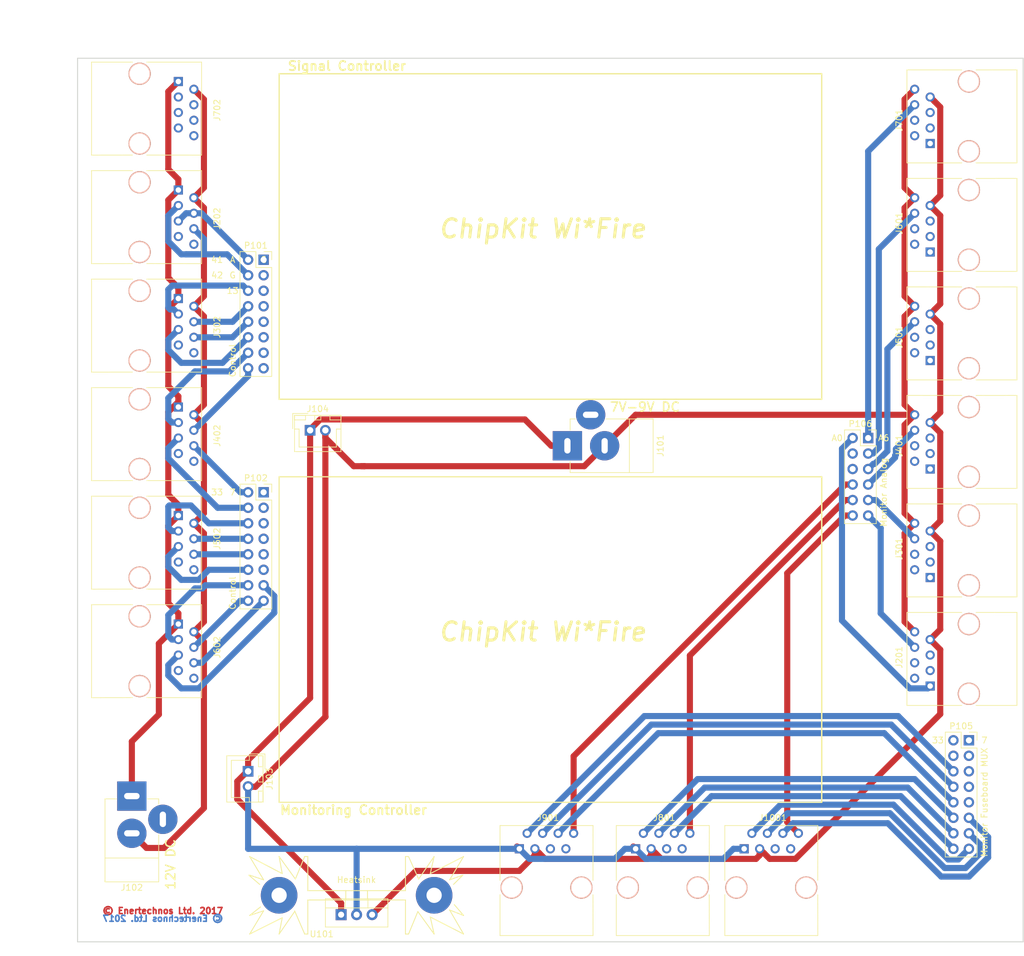
<source format=kicad_pcb>
(kicad_pcb (version 4) (host pcbnew 4.0.7)

  (general
    (links 0)
    (no_connects 3)
    (area 43.104999 20.244999 198.195001 165.175001)
    (thickness 1.6)
    (drawings 26)
    (tracks 322)
    (zones 0)
    (modules 25)
    (nets 43)
  )

  (page A4)
  (title_block
    (title "Breakout Board")
    (date 2017-12-14)
    (rev Rev3.3)
    (company "Enertechnos Ltd.")
    (comment 1 "FOR REVIEW")
  )

  (layers
    (0 F.Cu signal)
    (31 B.Cu signal)
    (32 B.Adhes user)
    (33 F.Adhes user)
    (34 B.Paste user)
    (35 F.Paste user)
    (36 B.SilkS user)
    (37 F.SilkS user)
    (38 B.Mask user)
    (39 F.Mask user)
    (40 Dwgs.User user)
    (41 Cmts.User user)
    (42 Eco1.User user)
    (43 Eco2.User user)
    (44 Edge.Cuts user)
    (45 Margin user)
    (46 B.CrtYd user)
    (47 F.CrtYd user)
    (48 B.Fab user)
    (49 F.Fab user)
  )

  (setup
    (last_trace_width 1)
    (trace_clearance 0.4)
    (zone_clearance 0.508)
    (zone_45_only no)
    (trace_min 0.2)
    (segment_width 0.2)
    (edge_width 0.15)
    (via_size 1.5)
    (via_drill 0.8)
    (via_min_size 0.4)
    (via_min_drill 0.3)
    (uvia_size 0.3)
    (uvia_drill 0.1)
    (uvias_allowed no)
    (uvia_min_size 0.2)
    (uvia_min_drill 0.1)
    (pcb_text_width 0.3)
    (pcb_text_size 1.5 1.5)
    (mod_edge_width 0.15)
    (mod_text_size 1 1)
    (mod_text_width 0.15)
    (pad_size 1.524 1.524)
    (pad_drill 0.762)
    (pad_to_mask_clearance 0.2)
    (aux_axis_origin 0 0)
    (visible_elements 7FFFEFFF)
    (pcbplotparams
      (layerselection 0x00030_80000001)
      (usegerberextensions false)
      (excludeedgelayer true)
      (linewidth 0.100000)
      (plotframeref false)
      (viasonmask false)
      (mode 1)
      (useauxorigin false)
      (hpglpennumber 1)
      (hpglpenspeed 20)
      (hpglpendiameter 15)
      (hpglpenoverlay 2)
      (psnegative false)
      (psa4output false)
      (plotreference true)
      (plotvalue true)
      (plotinvisibletext false)
      (padsonsilk false)
      (subtractmaskfromsilk false)
      (outputformat 1)
      (mirror false)
      (drillshape 1)
      (scaleselection 1)
      (outputdirectory ""))
  )

  (net 0 "")
  (net 1 ARD_TEMP_HB)
  (net 2 ARD_PWM_1)
  (net 3 ARD_PWM_3)
  (net 4 ARD_PWM_2)
  (net 5 ARD_PWM_4)
  (net 6 ARD_TEMP_A)
  (net 7 ARD_GND)
  (net 8 DC_IN)
  (net 9 DC_GND)
  (net 10 ARD_PWM_5)
  (net 11 ARD_PWM_6)
  (net 12 ARD_PWM_7)
  (net 13 ARD_PWM_8)
  (net 14 ARD_HBRIDGE_A)
  (net 15 ARD_HBRIDGE_B)
  (net 16 ARD_PWM_9)
  (net 17 ARD_PWM_10)
  (net 18 ARD_PWM_11)
  (net 19 ARD_PWM_12)
  (net 20 ARD_PWM_13)
  (net 21 ARD_PWM_14)
  (net 22 ARD_PWM_15)
  (net 23 ARD_PWM_16)
  (net 24 "Net-(J101-Pad1)")
  (net 25 ARD_TEMP_D)
  (net 26 ARD_TEMP_C)
  (net 27 ARD_TEMP_B)
  (net 28 FB1A)
  (net 29 FB1B)
  (net 30 FB1C)
  (net 31 ARD_VOLTS_1)
  (net 32 FB2A)
  (net 33 FB2B)
  (net 34 FB2C)
  (net 35 ARD_VOLTS_2)
  (net 36 FB3A)
  (net 37 FB3B)
  (net 38 FB3C)
  (net 39 ARD_VOLTS_3)
  (net 40 ARD_TEMP_E)
  (net 41 ARD_CUR_HB)
  (net 42 ARD_VCC)

  (net_class Default "This is the default net class."
    (clearance 0.4)
    (trace_width 1)
    (via_dia 1.5)
    (via_drill 0.8)
    (uvia_dia 0.3)
    (uvia_drill 0.1)
    (add_net ARD_CUR_HB)
    (add_net ARD_GND)
    (add_net ARD_HBRIDGE_A)
    (add_net ARD_HBRIDGE_B)
    (add_net ARD_PWM_1)
    (add_net ARD_PWM_10)
    (add_net ARD_PWM_11)
    (add_net ARD_PWM_12)
    (add_net ARD_PWM_13)
    (add_net ARD_PWM_14)
    (add_net ARD_PWM_15)
    (add_net ARD_PWM_16)
    (add_net ARD_PWM_2)
    (add_net ARD_PWM_3)
    (add_net ARD_PWM_4)
    (add_net ARD_PWM_5)
    (add_net ARD_PWM_6)
    (add_net ARD_PWM_7)
    (add_net ARD_PWM_8)
    (add_net ARD_PWM_9)
    (add_net ARD_TEMP_A)
    (add_net ARD_TEMP_B)
    (add_net ARD_TEMP_C)
    (add_net ARD_TEMP_D)
    (add_net ARD_TEMP_E)
    (add_net ARD_TEMP_HB)
    (add_net ARD_VCC)
    (add_net ARD_VOLTS_1)
    (add_net ARD_VOLTS_2)
    (add_net ARD_VOLTS_3)
    (add_net DC_GND)
    (add_net DC_IN)
    (add_net FB1A)
    (add_net FB1B)
    (add_net FB1C)
    (add_net FB2A)
    (add_net FB2B)
    (add_net FB2C)
    (add_net FB3A)
    (add_net FB3B)
    (add_net FB3C)
    (add_net "Net-(J101-Pad1)")
  )

  (module TO_SOT_Packages_THT:TO-220-3_Vertical (layer F.Cu) (tedit 58CE52AD) (tstamp 5A33F908)
    (at 86.36 160.655)
    (descr "TO-220-3, Vertical, RM 2.54mm")
    (tags "TO-220-3 Vertical RM 2.54mm")
    (path /5A342FBC)
    (fp_text reference U101 (at -3.175 3.175) (layer F.SilkS)
      (effects (font (size 1 1) (thickness 0.15)))
    )
    (fp_text value UA78M33 (at 2.54 3.92) (layer F.Fab)
      (effects (font (size 1 1) (thickness 0.15)))
    )
    (fp_text user %R (at -3.175 3.175) (layer F.Fab)
      (effects (font (size 1 1) (thickness 0.15)))
    )
    (fp_line (start -2.46 -2.5) (end -2.46 1.9) (layer F.Fab) (width 0.1))
    (fp_line (start -2.46 1.9) (end 7.54 1.9) (layer F.Fab) (width 0.1))
    (fp_line (start 7.54 1.9) (end 7.54 -2.5) (layer F.Fab) (width 0.1))
    (fp_line (start 7.54 -2.5) (end -2.46 -2.5) (layer F.Fab) (width 0.1))
    (fp_line (start -2.46 -1.23) (end 7.54 -1.23) (layer F.Fab) (width 0.1))
    (fp_line (start 0.69 -2.5) (end 0.69 -1.23) (layer F.Fab) (width 0.1))
    (fp_line (start 4.39 -2.5) (end 4.39 -1.23) (layer F.Fab) (width 0.1))
    (fp_line (start -2.58 -2.62) (end 7.66 -2.62) (layer F.SilkS) (width 0.12))
    (fp_line (start -2.58 2.021) (end 7.66 2.021) (layer F.SilkS) (width 0.12))
    (fp_line (start -2.58 -2.62) (end -2.58 2.021) (layer F.SilkS) (width 0.12))
    (fp_line (start 7.66 -2.62) (end 7.66 2.021) (layer F.SilkS) (width 0.12))
    (fp_line (start -2.58 -1.11) (end 7.66 -1.11) (layer F.SilkS) (width 0.12))
    (fp_line (start 0.69 -2.62) (end 0.69 -1.11) (layer F.SilkS) (width 0.12))
    (fp_line (start 4.391 -2.62) (end 4.391 -1.11) (layer F.SilkS) (width 0.12))
    (fp_line (start -2.71 -2.75) (end -2.71 2.16) (layer F.CrtYd) (width 0.05))
    (fp_line (start -2.71 2.16) (end 7.79 2.16) (layer F.CrtYd) (width 0.05))
    (fp_line (start 7.79 2.16) (end 7.79 -2.75) (layer F.CrtYd) (width 0.05))
    (fp_line (start 7.79 -2.75) (end -2.71 -2.75) (layer F.CrtYd) (width 0.05))
    (pad 1 thru_hole rect (at 0 0) (size 1.8 1.8) (drill 1) (layers *.Cu *.Mask)
      (net 24 "Net-(J101-Pad1)"))
    (pad 2 thru_hole oval (at 2.54 0) (size 1.8 1.8) (drill 1) (layers *.Cu *.Mask)
      (net 7 ARD_GND))
    (pad 3 thru_hole oval (at 5.08 0) (size 1.8 1.8) (drill 1) (layers *.Cu *.Mask)
      (net 42 ARD_VCC))
    (model ${KISYS3DMOD}/TO_SOT_Packages_THT.3dshapes/TO-220_Vertical.wrl
      (at (xyz 0.1 0 0))
      (scale (xyz 0.393701 0.393701 0.393701))
      (rotate (xyz 0 0 0))
    )
  )

  (module Socket_Strips:Socket_Strip_Straight_2x08_Pitch2.54mm (layer F.Cu) (tedit 5A32ADF2) (tstamp 5A2EB8F3)
    (at 73.66 91.44)
    (descr "Through hole straight socket strip, 2x08, 2.54mm pitch, double rows")
    (tags "Through hole socket strip THT 2x08 2.54mm double row")
    (path /599EFF88)
    (fp_text reference P102 (at -1.27 -2.33) (layer F.SilkS)
      (effects (font (size 1 1) (thickness 0.15)))
    )
    (fp_text value Digital (at -1.27 20.11) (layer F.Fab)
      (effects (font (size 1 1) (thickness 0.15)))
    )
    (fp_text user 7 (at -5.08 0) (layer F.SilkS)
      (effects (font (size 1 1) (thickness 0.15)))
    )
    (fp_text user 33 (at -7.62 0) (layer F.SilkS)
      (effects (font (size 1 1) (thickness 0.15)))
    )
    (fp_text user Control (at -5.08 16.51 90) (layer F.SilkS)
      (effects (font (size 1 1) (thickness 0.15)))
    )
    (fp_line (start -3.81 -1.27) (end -3.81 19.05) (layer F.Fab) (width 0.1))
    (fp_line (start -3.81 19.05) (end 1.27 19.05) (layer F.Fab) (width 0.1))
    (fp_line (start 1.27 19.05) (end 1.27 -1.27) (layer F.Fab) (width 0.1))
    (fp_line (start 1.27 -1.27) (end -3.81 -1.27) (layer F.Fab) (width 0.1))
    (fp_line (start 1.33 1.27) (end 1.33 19.11) (layer F.SilkS) (width 0.12))
    (fp_line (start 1.33 19.11) (end -3.87 19.11) (layer F.SilkS) (width 0.12))
    (fp_line (start -3.87 19.11) (end -3.87 -1.33) (layer F.SilkS) (width 0.12))
    (fp_line (start -3.87 -1.33) (end -1.27 -1.33) (layer F.SilkS) (width 0.12))
    (fp_line (start -1.27 -1.33) (end -1.27 1.27) (layer F.SilkS) (width 0.12))
    (fp_line (start -1.27 1.27) (end 1.33 1.27) (layer F.SilkS) (width 0.12))
    (fp_line (start 1.33 0) (end 1.33 -1.33) (layer F.SilkS) (width 0.12))
    (fp_line (start 1.33 -1.33) (end 0.06 -1.33) (layer F.SilkS) (width 0.12))
    (fp_line (start -4.35 -1.8) (end -4.35 19.55) (layer F.CrtYd) (width 0.05))
    (fp_line (start -4.35 19.55) (end 1.8 19.55) (layer F.CrtYd) (width 0.05))
    (fp_line (start 1.8 19.55) (end 1.8 -1.8) (layer F.CrtYd) (width 0.05))
    (fp_line (start 1.8 -1.8) (end -4.35 -1.8) (layer F.CrtYd) (width 0.05))
    (fp_text user %R (at -1.27 -2.33) (layer F.Fab)
      (effects (font (size 1 1) (thickness 0.15)))
    )
    (pad 1 thru_hole rect (at 0 0) (size 1.7 1.7) (drill 1) (layers *.Cu *.Mask))
    (pad 2 thru_hole oval (at -2.54 0) (size 1.7 1.7) (drill 1) (layers *.Cu *.Mask)
      (net 13 ARD_PWM_8))
    (pad 3 thru_hole oval (at 0 2.54) (size 1.7 1.7) (drill 1) (layers *.Cu *.Mask))
    (pad 4 thru_hole oval (at -2.54 2.54) (size 1.7 1.7) (drill 1) (layers *.Cu *.Mask)
      (net 12 ARD_PWM_7))
    (pad 5 thru_hole oval (at 0 5.08) (size 1.7 1.7) (drill 1) (layers *.Cu *.Mask))
    (pad 6 thru_hole oval (at -2.54 5.08) (size 1.7 1.7) (drill 1) (layers *.Cu *.Mask)
      (net 16 ARD_PWM_9))
    (pad 7 thru_hole oval (at 0 7.62) (size 1.7 1.7) (drill 1) (layers *.Cu *.Mask))
    (pad 8 thru_hole oval (at -2.54 7.62) (size 1.7 1.7) (drill 1) (layers *.Cu *.Mask)
      (net 17 ARD_PWM_10))
    (pad 9 thru_hole oval (at 0 10.16) (size 1.7 1.7) (drill 1) (layers *.Cu *.Mask))
    (pad 10 thru_hole oval (at -2.54 10.16) (size 1.7 1.7) (drill 1) (layers *.Cu *.Mask)
      (net 19 ARD_PWM_12))
    (pad 11 thru_hole oval (at 0 12.7) (size 1.7 1.7) (drill 1) (layers *.Cu *.Mask))
    (pad 12 thru_hole oval (at -2.54 12.7) (size 1.7 1.7) (drill 1) (layers *.Cu *.Mask)
      (net 18 ARD_PWM_11))
    (pad 13 thru_hole oval (at 0 15.24) (size 1.7 1.7) (drill 1) (layers *.Cu *.Mask)
      (net 22 ARD_PWM_15))
    (pad 14 thru_hole oval (at -2.54 15.24) (size 1.7 1.7) (drill 1) (layers *.Cu *.Mask)
      (net 20 ARD_PWM_13))
    (pad 15 thru_hole oval (at 0 17.78) (size 1.7 1.7) (drill 1) (layers *.Cu *.Mask)
      (net 23 ARD_PWM_16))
    (pad 16 thru_hole oval (at -2.54 17.78) (size 1.7 1.7) (drill 1) (layers *.Cu *.Mask)
      (net 21 ARD_PWM_14))
    (model ${KISYS3DMOD}/Socket_Strips.3dshapes/Socket_Strip_Straight_2x08_Pitch2.54mm.wrl
      (at (xyz -0.05 -0.35 0))
      (scale (xyz 1 1 1))
      (rotate (xyz 0 0 270))
    )
  )

  (module Socket_Strips:Socket_Strip_Straight_2x08_Pitch2.54mm (layer F.Cu) (tedit 5A32AD16) (tstamp 5A2EB8CE)
    (at 73.66 53.34)
    (descr "Through hole straight socket strip, 2x08, 2.54mm pitch, double rows")
    (tags "Through hole socket strip THT 2x08 2.54mm double row")
    (path /599F28C2)
    (fp_text reference P101 (at -1.27 -2.33) (layer F.SilkS)
      (effects (font (size 1 1) (thickness 0.15)))
    )
    (fp_text value Digital (at -1.27 20.11) (layer F.Fab)
      (effects (font (size 1 1) (thickness 0.15)))
    )
    (fp_text user Control (at -5.08 16.51 90) (layer F.SilkS)
      (effects (font (size 1 1) (thickness 0.15)))
    )
    (fp_text user 42 (at -7.62 2.54) (layer F.SilkS)
      (effects (font (size 1 1) (thickness 0.15)))
    )
    (fp_text user 41 (at -7.62 0) (layer F.SilkS)
      (effects (font (size 1 1) (thickness 0.15)))
    )
    (fp_text user 13 (at -5.08 5.08) (layer F.SilkS)
      (effects (font (size 1 1) (thickness 0.15)))
    )
    (fp_text user G (at -5.08 2.54) (layer F.SilkS)
      (effects (font (size 1 1) (thickness 0.15)))
    )
    (fp_text user G (at 0 0) (layer F.SilkS)
      (effects (font (size 1 1) (thickness 0.15)))
    )
    (fp_text user A (at -5.08 0) (layer F.SilkS)
      (effects (font (size 1 1) (thickness 0.15)))
    )
    (fp_line (start -3.81 -1.27) (end -3.81 19.05) (layer F.Fab) (width 0.1))
    (fp_line (start -3.81 19.05) (end 1.27 19.05) (layer F.Fab) (width 0.1))
    (fp_line (start 1.27 19.05) (end 1.27 -1.27) (layer F.Fab) (width 0.1))
    (fp_line (start 1.27 -1.27) (end -3.81 -1.27) (layer F.Fab) (width 0.1))
    (fp_line (start 1.33 1.27) (end 1.33 19.11) (layer F.SilkS) (width 0.12))
    (fp_line (start 1.33 19.11) (end -3.87 19.11) (layer F.SilkS) (width 0.12))
    (fp_line (start -3.87 19.11) (end -3.87 -1.33) (layer F.SilkS) (width 0.12))
    (fp_line (start -3.87 -1.33) (end -1.27 -1.33) (layer F.SilkS) (width 0.12))
    (fp_line (start -1.27 -1.33) (end -1.27 1.27) (layer F.SilkS) (width 0.12))
    (fp_line (start -1.27 1.27) (end 1.33 1.27) (layer F.SilkS) (width 0.12))
    (fp_line (start 1.33 0) (end 1.33 -1.33) (layer F.SilkS) (width 0.12))
    (fp_line (start 1.33 -1.33) (end 0.06 -1.33) (layer F.SilkS) (width 0.12))
    (fp_line (start -4.35 -1.8) (end -4.35 19.55) (layer F.CrtYd) (width 0.05))
    (fp_line (start -4.35 19.55) (end 1.8 19.55) (layer F.CrtYd) (width 0.05))
    (fp_line (start 1.8 19.55) (end 1.8 -1.8) (layer F.CrtYd) (width 0.05))
    (fp_line (start 1.8 -1.8) (end -4.35 -1.8) (layer F.CrtYd) (width 0.05))
    (fp_text user %R (at -1.27 -2.33) (layer F.Fab)
      (effects (font (size 1 1) (thickness 0.15)))
    )
    (pad 1 thru_hole rect (at 0 0) (size 1.7 1.7) (drill 1) (layers *.Cu *.Mask))
    (pad 2 thru_hole oval (at -2.54 0) (size 1.7 1.7) (drill 1) (layers *.Cu *.Mask)
      (net 15 ARD_HBRIDGE_B))
    (pad 3 thru_hole oval (at 0 2.54) (size 1.7 1.7) (drill 1) (layers *.Cu *.Mask))
    (pad 4 thru_hole oval (at -2.54 2.54) (size 1.7 1.7) (drill 1) (layers *.Cu *.Mask)
      (net 14 ARD_HBRIDGE_A))
    (pad 5 thru_hole oval (at 0 5.08) (size 1.7 1.7) (drill 1) (layers *.Cu *.Mask))
    (pad 6 thru_hole oval (at -2.54 5.08) (size 1.7 1.7) (drill 1) (layers *.Cu *.Mask)
      (net 2 ARD_PWM_1))
    (pad 7 thru_hole oval (at 0 7.62) (size 1.7 1.7) (drill 1) (layers *.Cu *.Mask))
    (pad 8 thru_hole oval (at -2.54 7.62) (size 1.7 1.7) (drill 1) (layers *.Cu *.Mask)
      (net 4 ARD_PWM_2))
    (pad 9 thru_hole oval (at 0 10.16) (size 1.7 1.7) (drill 1) (layers *.Cu *.Mask))
    (pad 10 thru_hole oval (at -2.54 10.16) (size 1.7 1.7) (drill 1) (layers *.Cu *.Mask)
      (net 5 ARD_PWM_4))
    (pad 11 thru_hole oval (at 0 12.7) (size 1.7 1.7) (drill 1) (layers *.Cu *.Mask))
    (pad 12 thru_hole oval (at -2.54 12.7) (size 1.7 1.7) (drill 1) (layers *.Cu *.Mask)
      (net 3 ARD_PWM_3))
    (pad 13 thru_hole oval (at 0 15.24) (size 1.7 1.7) (drill 1) (layers *.Cu *.Mask))
    (pad 14 thru_hole oval (at -2.54 15.24) (size 1.7 1.7) (drill 1) (layers *.Cu *.Mask)
      (net 10 ARD_PWM_5))
    (pad 15 thru_hole oval (at 0 17.78) (size 1.7 1.7) (drill 1) (layers *.Cu *.Mask))
    (pad 16 thru_hole oval (at -2.54 17.78) (size 1.7 1.7) (drill 1) (layers *.Cu *.Mask)
      (net 11 ARD_PWM_6))
    (model ${KISYS3DMOD}/Socket_Strips.3dshapes/Socket_Strip_Straight_2x08_Pitch2.54mm.wrl
      (at (xyz -0.05 -0.35 0))
      (scale (xyz 1 1 1))
      (rotate (xyz 0 0 270))
    )
  )

  (module Socket_Strips:Socket_Strip_Straight_2x08_Pitch2.54mm (layer F.Cu) (tedit 5A32AD7D) (tstamp 5A317B9B)
    (at 189.23 132.08)
    (descr "Through hole straight socket strip, 2x08, 2.54mm pitch, double rows")
    (tags "Through hole socket strip THT 2x08 2.54mm double row")
    (path /599F76EC)
    (fp_text reference P105 (at -1.27 -2.33) (layer F.SilkS)
      (effects (font (size 1 1) (thickness 0.15)))
    )
    (fp_text value Digital (at -1.27 20.11) (layer F.Fab)
      (effects (font (size 1 1) (thickness 0.15)))
    )
    (fp_text user 7 (at 2.54 0) (layer F.SilkS)
      (effects (font (size 1 1) (thickness 0.15)))
    )
    (fp_text user 33 (at -5.08 0) (layer F.SilkS)
      (effects (font (size 1 1) (thickness 0.15)))
    )
    (fp_text user "Monitor Fuseboard MUX" (at 2.54 10.16 90) (layer F.SilkS)
      (effects (font (size 1 1) (thickness 0.15)))
    )
    (fp_line (start -3.81 -1.27) (end -3.81 19.05) (layer F.Fab) (width 0.1))
    (fp_line (start -3.81 19.05) (end 1.27 19.05) (layer F.Fab) (width 0.1))
    (fp_line (start 1.27 19.05) (end 1.27 -1.27) (layer F.Fab) (width 0.1))
    (fp_line (start 1.27 -1.27) (end -3.81 -1.27) (layer F.Fab) (width 0.1))
    (fp_line (start 1.33 1.27) (end 1.33 19.11) (layer F.SilkS) (width 0.12))
    (fp_line (start 1.33 19.11) (end -3.87 19.11) (layer F.SilkS) (width 0.12))
    (fp_line (start -3.87 19.11) (end -3.87 -1.33) (layer F.SilkS) (width 0.12))
    (fp_line (start -3.87 -1.33) (end -1.27 -1.33) (layer F.SilkS) (width 0.12))
    (fp_line (start -1.27 -1.33) (end -1.27 1.27) (layer F.SilkS) (width 0.12))
    (fp_line (start -1.27 1.27) (end 1.33 1.27) (layer F.SilkS) (width 0.12))
    (fp_line (start 1.33 0) (end 1.33 -1.33) (layer F.SilkS) (width 0.12))
    (fp_line (start 1.33 -1.33) (end 0.06 -1.33) (layer F.SilkS) (width 0.12))
    (fp_line (start -4.35 -1.8) (end -4.35 19.55) (layer F.CrtYd) (width 0.05))
    (fp_line (start -4.35 19.55) (end 1.8 19.55) (layer F.CrtYd) (width 0.05))
    (fp_line (start 1.8 19.55) (end 1.8 -1.8) (layer F.CrtYd) (width 0.05))
    (fp_line (start 1.8 -1.8) (end -4.35 -1.8) (layer F.CrtYd) (width 0.05))
    (fp_text user %R (at -1.27 -2.33) (layer F.Fab)
      (effects (font (size 1 1) (thickness 0.15)))
    )
    (pad 1 thru_hole rect (at 0 0) (size 1.7 1.7) (drill 1) (layers *.Cu *.Mask))
    (pad 2 thru_hole oval (at -2.54 0) (size 1.7 1.7) (drill 1) (layers *.Cu *.Mask))
    (pad 3 thru_hole oval (at 0 2.54) (size 1.7 1.7) (drill 1) (layers *.Cu *.Mask))
    (pad 4 thru_hole oval (at -2.54 2.54) (size 1.7 1.7) (drill 1) (layers *.Cu *.Mask))
    (pad 5 thru_hole oval (at 0 5.08) (size 1.7 1.7) (drill 1) (layers *.Cu *.Mask))
    (pad 6 thru_hole oval (at -2.54 5.08) (size 1.7 1.7) (drill 1) (layers *.Cu *.Mask)
      (net 32 FB2A))
    (pad 7 thru_hole oval (at 0 7.62) (size 1.7 1.7) (drill 1) (layers *.Cu *.Mask))
    (pad 8 thru_hole oval (at -2.54 7.62) (size 1.7 1.7) (drill 1) (layers *.Cu *.Mask)
      (net 33 FB2B))
    (pad 9 thru_hole oval (at 0 10.16) (size 1.7 1.7) (drill 1) (layers *.Cu *.Mask))
    (pad 10 thru_hole oval (at -2.54 10.16) (size 1.7 1.7) (drill 1) (layers *.Cu *.Mask)
      (net 34 FB2C))
    (pad 11 thru_hole oval (at 0 12.7) (size 1.7 1.7) (drill 1) (layers *.Cu *.Mask)
      (net 38 FB3C))
    (pad 12 thru_hole oval (at -2.54 12.7) (size 1.7 1.7) (drill 1) (layers *.Cu *.Mask)
      (net 28 FB1A))
    (pad 13 thru_hole oval (at 0 15.24) (size 1.7 1.7) (drill 1) (layers *.Cu *.Mask)
      (net 37 FB3B))
    (pad 14 thru_hole oval (at -2.54 15.24) (size 1.7 1.7) (drill 1) (layers *.Cu *.Mask)
      (net 29 FB1B))
    (pad 15 thru_hole oval (at 0 17.78) (size 1.7 1.7) (drill 1) (layers *.Cu *.Mask)
      (net 36 FB3A))
    (pad 16 thru_hole oval (at -2.54 17.78) (size 1.7 1.7) (drill 1) (layers *.Cu *.Mask)
      (net 30 FB1C))
    (model ${KISYS3DMOD}/Socket_Strips.3dshapes/Socket_Strip_Straight_2x08_Pitch2.54mm.wrl
      (at (xyz -0.05 -0.35 0))
      (scale (xyz 1 1 1))
      (rotate (xyz 0 0 270))
    )
  )

  (module Socket_Strips:Socket_Strip_Straight_2x06_Pitch2.54mm (layer F.Cu) (tedit 5A32ACE3) (tstamp 5A2EB97F)
    (at 172.72 82.55)
    (descr "Through hole straight socket strip, 2x06, 2.54mm pitch, double rows")
    (tags "Through hole socket strip THT 2x06 2.54mm double row")
    (path /599F771D)
    (fp_text reference P106 (at -1.27 -2.33) (layer F.SilkS)
      (effects (font (size 1 1) (thickness 0.15)))
    )
    (fp_text value Analog (at -1.27 15.03) (layer F.Fab)
      (effects (font (size 1 1) (thickness 0.15)))
    )
    (fp_text user "Monitor Analog" (at 2.54 8.89 90) (layer F.SilkS)
      (effects (font (size 1 1) (thickness 0.15)))
    )
    (fp_text user A0 (at -5.08 0) (layer F.SilkS)
      (effects (font (size 1 1) (thickness 0.15)))
    )
    (fp_text user A6 (at 2.54 0) (layer F.SilkS)
      (effects (font (size 1 1) (thickness 0.15)))
    )
    (fp_line (start -3.81 -1.27) (end -3.81 13.97) (layer F.Fab) (width 0.1))
    (fp_line (start -3.81 13.97) (end 1.27 13.97) (layer F.Fab) (width 0.1))
    (fp_line (start 1.27 13.97) (end 1.27 -1.27) (layer F.Fab) (width 0.1))
    (fp_line (start 1.27 -1.27) (end -3.81 -1.27) (layer F.Fab) (width 0.1))
    (fp_line (start 1.33 1.27) (end 1.33 14.03) (layer F.SilkS) (width 0.12))
    (fp_line (start 1.33 14.03) (end -3.87 14.03) (layer F.SilkS) (width 0.12))
    (fp_line (start -3.87 14.03) (end -3.87 -1.33) (layer F.SilkS) (width 0.12))
    (fp_line (start -3.87 -1.33) (end -1.27 -1.33) (layer F.SilkS) (width 0.12))
    (fp_line (start -1.27 -1.33) (end -1.27 1.27) (layer F.SilkS) (width 0.12))
    (fp_line (start -1.27 1.27) (end 1.33 1.27) (layer F.SilkS) (width 0.12))
    (fp_line (start 1.33 0) (end 1.33 -1.33) (layer F.SilkS) (width 0.12))
    (fp_line (start 1.33 -1.33) (end 0.06 -1.33) (layer F.SilkS) (width 0.12))
    (fp_line (start -4.35 -1.8) (end -4.35 14.5) (layer F.CrtYd) (width 0.05))
    (fp_line (start -4.35 14.5) (end 1.8 14.5) (layer F.CrtYd) (width 0.05))
    (fp_line (start 1.8 14.5) (end 1.8 -1.8) (layer F.CrtYd) (width 0.05))
    (fp_line (start 1.8 -1.8) (end -4.35 -1.8) (layer F.CrtYd) (width 0.05))
    (fp_text user %R (at -1.27 -2.33) (layer F.Fab)
      (effects (font (size 1 1) (thickness 0.15)))
    )
    (pad 1 thru_hole rect (at 0 0) (size 1.7 1.7) (drill 1) (layers *.Cu *.Mask)
      (net 40 ARD_TEMP_E))
    (pad 2 thru_hole oval (at -2.54 0) (size 1.7 1.7) (drill 1) (layers *.Cu *.Mask)
      (net 41 ARD_CUR_HB))
    (pad 3 thru_hole oval (at 0 2.54) (size 1.7 1.7) (drill 1) (layers *.Cu *.Mask)
      (net 25 ARD_TEMP_D))
    (pad 4 thru_hole oval (at -2.54 2.54) (size 1.7 1.7) (drill 1) (layers *.Cu *.Mask))
    (pad 5 thru_hole oval (at 0 5.08) (size 1.7 1.7) (drill 1) (layers *.Cu *.Mask)
      (net 26 ARD_TEMP_C))
    (pad 6 thru_hole oval (at -2.54 5.08) (size 1.7 1.7) (drill 1) (layers *.Cu *.Mask))
    (pad 7 thru_hole oval (at 0 7.62) (size 1.7 1.7) (drill 1) (layers *.Cu *.Mask)
      (net 27 ARD_TEMP_B))
    (pad 8 thru_hole oval (at -2.54 7.62) (size 1.7 1.7) (drill 1) (layers *.Cu *.Mask)
      (net 35 ARD_VOLTS_2))
    (pad 9 thru_hole oval (at 0 10.16) (size 1.7 1.7) (drill 1) (layers *.Cu *.Mask)
      (net 6 ARD_TEMP_A))
    (pad 10 thru_hole oval (at -2.54 10.16) (size 1.7 1.7) (drill 1) (layers *.Cu *.Mask)
      (net 31 ARD_VOLTS_1))
    (pad 11 thru_hole oval (at 0 12.7) (size 1.7 1.7) (drill 1) (layers *.Cu *.Mask)
      (net 1 ARD_TEMP_HB))
    (pad 12 thru_hole oval (at -2.54 12.7) (size 1.7 1.7) (drill 1) (layers *.Cu *.Mask)
      (net 39 ARD_VOLTS_3))
    (model ${KISYS3DMOD}/Socket_Strips.3dshapes/Socket_Strip_Straight_2x06_Pitch2.54mm.wrl
      (at (xyz -0.05 -0.25 0))
      (scale (xyz 1 1 1))
      (rotate (xyz 0 0 270))
    )
  )

  (module Connectors:JACK_ALIM (layer F.Cu) (tedit 5A2FD67E) (tstamp 5A300BFA)
    (at 123.44 83.82 180)
    (descr "module 1 pin (ou trou mecanique de percage)")
    (tags "CONN JACK")
    (path /5A3106C2)
    (fp_text reference J101 (at -15.24 0 270) (layer F.SilkS)
      (effects (font (size 1 1) (thickness 0.15)))
    )
    (fp_text value "7V-9V DC" (at -12.7 6.35 180) (layer F.SilkS)
      (effects (font (size 1.5 1.5) (thickness 0.25)))
    )
    (fp_line (start -10.15 -4.4) (end -10.15 4.4) (layer F.SilkS) (width 0.12))
    (fp_line (start -6.35 4.4) (end -14.05 4.4) (layer F.SilkS) (width 0.12))
    (fp_line (start -14.05 4.4) (end -14.05 -4.4) (layer F.SilkS) (width 0.12))
    (fp_line (start -14.05 -4.4) (end -13.85 -4.4) (layer F.SilkS) (width 0.12))
    (fp_line (start -0.45 2.55) (end -0.45 4.4) (layer F.SilkS) (width 0.12))
    (fp_line (start -0.45 4.4) (end -1.3 4.4) (layer F.SilkS) (width 0.12))
    (fp_line (start -13.95 -4.4) (end -0.45 -4.4) (layer F.SilkS) (width 0.12))
    (fp_line (start -0.45 -4.4) (end -0.45 -2.55) (layer F.SilkS) (width 0.12))
    (fp_line (start -13.21 -4.32) (end -13.97 -4.32) (layer F.Fab) (width 0.1))
    (fp_line (start -13.97 -4.32) (end -13.97 4.32) (layer F.Fab) (width 0.1))
    (fp_line (start -13.97 4.32) (end -13.21 4.32) (layer F.Fab) (width 0.1))
    (fp_line (start -10.16 -4.32) (end -10.16 4.32) (layer F.Fab) (width 0.1))
    (fp_line (start -0.51 -4.32) (end -0.51 4.32) (layer F.Fab) (width 0.1))
    (fp_line (start -13.21 4.32) (end -0.51 4.32) (layer F.Fab) (width 0.1))
    (fp_line (start -13.21 -4.32) (end -0.51 -4.32) (layer F.Fab) (width 0.1))
    (fp_line (start -14.22 -4.57) (end 2.65 -4.57) (layer F.CrtYd) (width 0.05))
    (fp_line (start -14.22 -4.57) (end -14.22 7.73) (layer F.CrtYd) (width 0.05))
    (fp_line (start 2.65 7.73) (end 2.65 -4.57) (layer F.CrtYd) (width 0.05))
    (fp_line (start 2.65 7.73) (end -14.22 7.73) (layer F.CrtYd) (width 0.05))
    (pad 2 thru_hole circle (at -6.1 0 180) (size 4.8 4.8) (drill oval 1.02 2.54) (layers *.Cu *.Mask)
      (net 7 ARD_GND))
    (pad 1 thru_hole rect (at 0 0 180) (size 4.8 4.8) (drill oval 1.02 2.54) (layers *.Cu *.Mask)
      (net 24 "Net-(J101-Pad1)"))
    (pad 3 thru_hole circle (at -3.81 5.08 180) (size 4.8 4.8) (drill oval 2.54 1.02) (layers *.Cu *.Mask))
    (model ${KISYS3DMOD}/Connectors.3dshapes/JACK_ALIM.wrl
      (at (xyz -0.24 0 0))
      (scale (xyz 0.8 0.8 0.8))
      (rotate (xyz 0 0 0))
    )
  )

  (module Connectors:JACK_ALIM (layer F.Cu) (tedit 5A2FD66C) (tstamp 5A300C2C)
    (at 52.07 141.22 90)
    (descr "module 1 pin (ou trou mecanique de percage)")
    (tags "CONN JACK")
    (path /5A3109C7)
    (fp_text reference J102 (at -14.99 0 180) (layer F.SilkS)
      (effects (font (size 1 1) (thickness 0.15)))
    )
    (fp_text value "12V DC" (at -11.18 6.35 90) (layer F.SilkS)
      (effects (font (size 1.5 1.5) (thickness 0.25)))
    )
    (fp_line (start -10.15 -4.4) (end -10.15 4.4) (layer F.SilkS) (width 0.12))
    (fp_line (start -6.35 4.4) (end -14.05 4.4) (layer F.SilkS) (width 0.12))
    (fp_line (start -14.05 4.4) (end -14.05 -4.4) (layer F.SilkS) (width 0.12))
    (fp_line (start -14.05 -4.4) (end -13.85 -4.4) (layer F.SilkS) (width 0.12))
    (fp_line (start -0.45 2.55) (end -0.45 4.4) (layer F.SilkS) (width 0.12))
    (fp_line (start -0.45 4.4) (end -1.3 4.4) (layer F.SilkS) (width 0.12))
    (fp_line (start -13.95 -4.4) (end -0.45 -4.4) (layer F.SilkS) (width 0.12))
    (fp_line (start -0.45 -4.4) (end -0.45 -2.55) (layer F.SilkS) (width 0.12))
    (fp_line (start -13.21 -4.32) (end -13.97 -4.32) (layer F.Fab) (width 0.1))
    (fp_line (start -13.97 -4.32) (end -13.97 4.32) (layer F.Fab) (width 0.1))
    (fp_line (start -13.97 4.32) (end -13.21 4.32) (layer F.Fab) (width 0.1))
    (fp_line (start -10.16 -4.32) (end -10.16 4.32) (layer F.Fab) (width 0.1))
    (fp_line (start -0.51 -4.32) (end -0.51 4.32) (layer F.Fab) (width 0.1))
    (fp_line (start -13.21 4.32) (end -0.51 4.32) (layer F.Fab) (width 0.1))
    (fp_line (start -13.21 -4.32) (end -0.51 -4.32) (layer F.Fab) (width 0.1))
    (fp_line (start -14.22 -4.57) (end 2.65 -4.57) (layer F.CrtYd) (width 0.05))
    (fp_line (start -14.22 -4.57) (end -14.22 7.73) (layer F.CrtYd) (width 0.05))
    (fp_line (start 2.65 7.73) (end 2.65 -4.57) (layer F.CrtYd) (width 0.05))
    (fp_line (start 2.65 7.73) (end -14.22 7.73) (layer F.CrtYd) (width 0.05))
    (pad 2 thru_hole circle (at -6.1 0 90) (size 4.8 4.8) (drill oval 1.02 2.54) (layers *.Cu *.Mask)
      (net 9 DC_GND))
    (pad 1 thru_hole rect (at 0 0 90) (size 4.8 4.8) (drill oval 1.02 2.54) (layers *.Cu *.Mask)
      (net 8 DC_IN))
    (pad 3 thru_hole circle (at -3.81 5.08 90) (size 4.8 4.8) (drill oval 2.54 1.02) (layers *.Cu *.Mask))
    (model ${KISYS3DMOD}/Connectors.3dshapes/JACK_ALIM.wrl
      (at (xyz -0.24 0 0))
      (scale (xyz 0.8 0.8 0.8))
      (rotate (xyz 0 0 0))
    )
  )

  (module PartsLibraries:RJ45 (layer F.Cu) (tedit 59511D7C) (tstamp 5A2EB831)
    (at 182.88 87.63 90)
    (tags RJ45)
    (path /5A2F40AA/5A2E9F01)
    (fp_text reference J401 (at 3.81 -5.08 90) (layer F.SilkS)
      (effects (font (size 1 1) (thickness 0.15)))
    )
    (fp_text value RJ45 (at 4.59 6.25 90) (layer F.Fab)
      (effects (font (size 1 1) (thickness 0.15)))
    )
    (fp_line (start -3.17 14.22) (end 12.07 14.22) (layer F.SilkS) (width 0.12))
    (fp_line (start 12.07 -3.81) (end 12.06 5.18) (layer F.SilkS) (width 0.12))
    (fp_line (start 12.07 -3.81) (end -3.17 -3.81) (layer F.SilkS) (width 0.12))
    (fp_line (start -3.17 -3.81) (end -3.17 5.19) (layer F.SilkS) (width 0.12))
    (fp_line (start 12.06 7.52) (end 12.07 14.22) (layer F.SilkS) (width 0.12))
    (fp_line (start -3.17 7.51) (end -3.17 14.22) (layer F.SilkS) (width 0.12))
    (fp_line (start -3.56 -4.06) (end 12.46 -4.06) (layer F.CrtYd) (width 0.05))
    (fp_line (start -3.56 -4.06) (end -3.56 14.47) (layer F.CrtYd) (width 0.05))
    (fp_line (start 12.46 14.47) (end 12.46 -4.06) (layer F.CrtYd) (width 0.05))
    (fp_line (start 12.46 14.47) (end -3.56 14.47) (layer F.CrtYd) (width 0.05))
    (pad "" np_thru_hole circle (at 10.16 6.35 90) (size 3.65 3.65) (drill 3.25) (layers *.Cu *.SilkS *.Mask))
    (pad "" np_thru_hole circle (at -1.27 6.35 90) (size 3.65 3.65) (drill 3.25) (layers *.Cu *.SilkS *.Mask))
    (pad 1 thru_hole rect (at 0 0 90) (size 1.5 1.5) (drill 0.9) (layers *.Cu *.Mask))
    (pad 2 thru_hole circle (at 1.27 -2.54 90) (size 1.5 1.5) (drill 0.9) (layers *.Cu *.Mask))
    (pad 3 thru_hole circle (at 2.54 0 90) (size 1.5 1.5) (drill 0.9) (layers *.Cu *.Mask))
    (pad 4 thru_hole circle (at 3.81 -2.54 90) (size 1.5 1.5) (drill 0.9) (layers *.Cu *.Mask))
    (pad 5 thru_hole circle (at 5.08 0 90) (size 1.5 1.5) (drill 0.9) (layers *.Cu *.Mask))
    (pad 6 thru_hole circle (at 6.35 -2.54 90) (size 1.5 1.5) (drill 0.9) (layers *.Cu *.Mask)
      (net 27 ARD_TEMP_B))
    (pad 7 thru_hole circle (at 7.62 0 90) (size 1.5 1.5) (drill 0.9) (layers *.Cu *.Mask)
      (net 42 ARD_VCC))
    (pad 8 thru_hole circle (at 8.89 -2.54 90) (size 1.5 1.5) (drill 0.9) (layers *.Cu *.Mask)
      (net 7 ARD_GND))
    (model ../../../../../../Development/multilevelinverter/Hardware/3D/RJ45.wrl
      (at (xyz 0.175 -0.667 0.3))
      (scale (xyz 10 10 10))
      (rotate (xyz 270 0 0))
    )
  )

  (module PartsLibraries:RJ45 (layer F.Cu) (tedit 59511D7C) (tstamp 5A2EB7D1)
    (at 182.88 123.19 90)
    (tags RJ45)
    (path /5A2F1991/5A2E9F01)
    (fp_text reference J201 (at 4.7 -5.08 90) (layer F.SilkS)
      (effects (font (size 1 1) (thickness 0.15)))
    )
    (fp_text value RJ45 (at 4.59 6.25 90) (layer F.Fab)
      (effects (font (size 1 1) (thickness 0.15)))
    )
    (fp_line (start -3.17 14.22) (end 12.07 14.22) (layer F.SilkS) (width 0.12))
    (fp_line (start 12.07 -3.81) (end 12.06 5.18) (layer F.SilkS) (width 0.12))
    (fp_line (start 12.07 -3.81) (end -3.17 -3.81) (layer F.SilkS) (width 0.12))
    (fp_line (start -3.17 -3.81) (end -3.17 5.19) (layer F.SilkS) (width 0.12))
    (fp_line (start 12.06 7.52) (end 12.07 14.22) (layer F.SilkS) (width 0.12))
    (fp_line (start -3.17 7.51) (end -3.17 14.22) (layer F.SilkS) (width 0.12))
    (fp_line (start -3.56 -4.06) (end 12.46 -4.06) (layer F.CrtYd) (width 0.05))
    (fp_line (start -3.56 -4.06) (end -3.56 14.47) (layer F.CrtYd) (width 0.05))
    (fp_line (start 12.46 14.47) (end 12.46 -4.06) (layer F.CrtYd) (width 0.05))
    (fp_line (start 12.46 14.47) (end -3.56 14.47) (layer F.CrtYd) (width 0.05))
    (pad "" np_thru_hole circle (at 10.16 6.35 90) (size 3.65 3.65) (drill 3.25) (layers *.Cu *.SilkS *.Mask))
    (pad "" np_thru_hole circle (at -1.27 6.35 90) (size 3.65 3.65) (drill 3.25) (layers *.Cu *.SilkS *.Mask))
    (pad 1 thru_hole rect (at 0 0 90) (size 1.5 1.5) (drill 0.9) (layers *.Cu *.Mask)
      (net 41 ARD_CUR_HB))
    (pad 2 thru_hole circle (at 1.27 -2.54 90) (size 1.5 1.5) (drill 0.9) (layers *.Cu *.Mask))
    (pad 3 thru_hole circle (at 2.54 0 90) (size 1.5 1.5) (drill 0.9) (layers *.Cu *.Mask))
    (pad 4 thru_hole circle (at 3.81 -2.54 90) (size 1.5 1.5) (drill 0.9) (layers *.Cu *.Mask))
    (pad 5 thru_hole circle (at 5.08 0 90) (size 1.5 1.5) (drill 0.9) (layers *.Cu *.Mask))
    (pad 6 thru_hole circle (at 6.35 -2.54 90) (size 1.5 1.5) (drill 0.9) (layers *.Cu *.Mask)
      (net 1 ARD_TEMP_HB))
    (pad 7 thru_hole circle (at 7.62 0 90) (size 1.5 1.5) (drill 0.9) (layers *.Cu *.Mask)
      (net 42 ARD_VCC))
    (pad 8 thru_hole circle (at 8.89 -2.54 90) (size 1.5 1.5) (drill 0.9) (layers *.Cu *.Mask)
      (net 7 ARD_GND))
    (model ../../../../../../Development/multilevelinverter/Hardware/3D/RJ45.wrl
      (at (xyz 0.175 -0.667 0.3))
      (scale (xyz 10 10 10))
      (rotate (xyz 270 0 0))
    )
  )

  (module PartsLibraries:RJ45 (layer F.Cu) (tedit 59511D7C) (tstamp 5A2EB7E9)
    (at 59.69 41.91 270)
    (tags RJ45)
    (path /5A2F1991/5A2E9F0E)
    (fp_text reference J202 (at 4.7 -6.35 270) (layer F.SilkS)
      (effects (font (size 1 1) (thickness 0.15)))
    )
    (fp_text value RJ45 (at 4.59 6.25 270) (layer F.Fab)
      (effects (font (size 1 1) (thickness 0.15)))
    )
    (fp_line (start -3.17 14.22) (end 12.07 14.22) (layer F.SilkS) (width 0.12))
    (fp_line (start 12.07 -3.81) (end 12.06 5.18) (layer F.SilkS) (width 0.12))
    (fp_line (start 12.07 -3.81) (end -3.17 -3.81) (layer F.SilkS) (width 0.12))
    (fp_line (start -3.17 -3.81) (end -3.17 5.19) (layer F.SilkS) (width 0.12))
    (fp_line (start 12.06 7.52) (end 12.07 14.22) (layer F.SilkS) (width 0.12))
    (fp_line (start -3.17 7.51) (end -3.17 14.22) (layer F.SilkS) (width 0.12))
    (fp_line (start -3.56 -4.06) (end 12.46 -4.06) (layer F.CrtYd) (width 0.05))
    (fp_line (start -3.56 -4.06) (end -3.56 14.47) (layer F.CrtYd) (width 0.05))
    (fp_line (start 12.46 14.47) (end 12.46 -4.06) (layer F.CrtYd) (width 0.05))
    (fp_line (start 12.46 14.47) (end -3.56 14.47) (layer F.CrtYd) (width 0.05))
    (pad "" np_thru_hole circle (at 10.16 6.35 270) (size 3.65 3.65) (drill 3.25) (layers *.Cu *.SilkS *.Mask))
    (pad "" np_thru_hole circle (at -1.27 6.35 270) (size 3.65 3.65) (drill 3.25) (layers *.Cu *.SilkS *.Mask))
    (pad 1 thru_hole rect (at 0 0 270) (size 1.5 1.5) (drill 0.9) (layers *.Cu *.Mask)
      (net 8 DC_IN))
    (pad 2 thru_hole circle (at 1.27 -2.54 270) (size 1.5 1.5) (drill 0.9) (layers *.Cu *.Mask)
      (net 9 DC_GND))
    (pad 3 thru_hole circle (at 2.54 0 270) (size 1.5 1.5) (drill 0.9) (layers *.Cu *.Mask)
      (net 14 ARD_HBRIDGE_A))
    (pad 4 thru_hole circle (at 3.81 -2.54 270) (size 1.5 1.5) (drill 0.9) (layers *.Cu *.Mask)
      (net 15 ARD_HBRIDGE_B))
    (pad 5 thru_hole circle (at 5.08 0 270) (size 1.5 1.5) (drill 0.9) (layers *.Cu *.Mask)
      (net 15 ARD_HBRIDGE_B))
    (pad 6 thru_hole circle (at 6.35 -2.54 270) (size 1.5 1.5) (drill 0.9) (layers *.Cu *.Mask)
      (net 14 ARD_HBRIDGE_A))
    (pad 7 thru_hole circle (at 7.62 0 270) (size 1.5 1.5) (drill 0.9) (layers *.Cu *.Mask))
    (pad 8 thru_hole circle (at 8.89 -2.54 270) (size 1.5 1.5) (drill 0.9) (layers *.Cu *.Mask))
    (model ../../../../../../Development/multilevelinverter/Hardware/3D/RJ45.wrl
      (at (xyz 0.175 -0.667 0.3))
      (scale (xyz 10 10 10))
      (rotate (xyz 270 0 0))
    )
  )

  (module PartsLibraries:RJ45 (layer F.Cu) (tedit 59511D7C) (tstamp 5A2EB801)
    (at 182.88 105.41 90)
    (tags RJ45)
    (path /5A2F08D5/5A2E9F01)
    (fp_text reference J301 (at 4.7 -5.08 90) (layer F.SilkS)
      (effects (font (size 1 1) (thickness 0.15)))
    )
    (fp_text value RJ45 (at 4.59 6.25 90) (layer F.Fab)
      (effects (font (size 1 1) (thickness 0.15)))
    )
    (fp_line (start -3.17 14.22) (end 12.07 14.22) (layer F.SilkS) (width 0.12))
    (fp_line (start 12.07 -3.81) (end 12.06 5.18) (layer F.SilkS) (width 0.12))
    (fp_line (start 12.07 -3.81) (end -3.17 -3.81) (layer F.SilkS) (width 0.12))
    (fp_line (start -3.17 -3.81) (end -3.17 5.19) (layer F.SilkS) (width 0.12))
    (fp_line (start 12.06 7.52) (end 12.07 14.22) (layer F.SilkS) (width 0.12))
    (fp_line (start -3.17 7.51) (end -3.17 14.22) (layer F.SilkS) (width 0.12))
    (fp_line (start -3.56 -4.06) (end 12.46 -4.06) (layer F.CrtYd) (width 0.05))
    (fp_line (start -3.56 -4.06) (end -3.56 14.47) (layer F.CrtYd) (width 0.05))
    (fp_line (start 12.46 14.47) (end 12.46 -4.06) (layer F.CrtYd) (width 0.05))
    (fp_line (start 12.46 14.47) (end -3.56 14.47) (layer F.CrtYd) (width 0.05))
    (pad "" np_thru_hole circle (at 10.16 6.35 90) (size 3.65 3.65) (drill 3.25) (layers *.Cu *.SilkS *.Mask))
    (pad "" np_thru_hole circle (at -1.27 6.35 90) (size 3.65 3.65) (drill 3.25) (layers *.Cu *.SilkS *.Mask))
    (pad 1 thru_hole rect (at 0 0 90) (size 1.5 1.5) (drill 0.9) (layers *.Cu *.Mask))
    (pad 2 thru_hole circle (at 1.27 -2.54 90) (size 1.5 1.5) (drill 0.9) (layers *.Cu *.Mask))
    (pad 3 thru_hole circle (at 2.54 0 90) (size 1.5 1.5) (drill 0.9) (layers *.Cu *.Mask))
    (pad 4 thru_hole circle (at 3.81 -2.54 90) (size 1.5 1.5) (drill 0.9) (layers *.Cu *.Mask))
    (pad 5 thru_hole circle (at 5.08 0 90) (size 1.5 1.5) (drill 0.9) (layers *.Cu *.Mask))
    (pad 6 thru_hole circle (at 6.35 -2.54 90) (size 1.5 1.5) (drill 0.9) (layers *.Cu *.Mask)
      (net 6 ARD_TEMP_A))
    (pad 7 thru_hole circle (at 7.62 0 90) (size 1.5 1.5) (drill 0.9) (layers *.Cu *.Mask)
      (net 42 ARD_VCC))
    (pad 8 thru_hole circle (at 8.89 -2.54 90) (size 1.5 1.5) (drill 0.9) (layers *.Cu *.Mask)
      (net 7 ARD_GND))
    (model ../../../../../../Development/multilevelinverter/Hardware/3D/RJ45.wrl
      (at (xyz 0.175 -0.667 0.3))
      (scale (xyz 10 10 10))
      (rotate (xyz 270 0 0))
    )
  )

  (module PartsLibraries:RJ45 (layer F.Cu) (tedit 59511D7C) (tstamp 5A2EB819)
    (at 59.69 59.69 270)
    (tags RJ45)
    (path /5A2F08D5/5A2E9F0E)
    (fp_text reference J302 (at 4.7 -6.35 270) (layer F.SilkS)
      (effects (font (size 1 1) (thickness 0.15)))
    )
    (fp_text value RJ45 (at 4.59 6.25 270) (layer F.Fab)
      (effects (font (size 1 1) (thickness 0.15)))
    )
    (fp_line (start -3.17 14.22) (end 12.07 14.22) (layer F.SilkS) (width 0.12))
    (fp_line (start 12.07 -3.81) (end 12.06 5.18) (layer F.SilkS) (width 0.12))
    (fp_line (start 12.07 -3.81) (end -3.17 -3.81) (layer F.SilkS) (width 0.12))
    (fp_line (start -3.17 -3.81) (end -3.17 5.19) (layer F.SilkS) (width 0.12))
    (fp_line (start 12.06 7.52) (end 12.07 14.22) (layer F.SilkS) (width 0.12))
    (fp_line (start -3.17 7.51) (end -3.17 14.22) (layer F.SilkS) (width 0.12))
    (fp_line (start -3.56 -4.06) (end 12.46 -4.06) (layer F.CrtYd) (width 0.05))
    (fp_line (start -3.56 -4.06) (end -3.56 14.47) (layer F.CrtYd) (width 0.05))
    (fp_line (start 12.46 14.47) (end 12.46 -4.06) (layer F.CrtYd) (width 0.05))
    (fp_line (start 12.46 14.47) (end -3.56 14.47) (layer F.CrtYd) (width 0.05))
    (pad "" np_thru_hole circle (at 10.16 6.35 270) (size 3.65 3.65) (drill 3.25) (layers *.Cu *.SilkS *.Mask))
    (pad "" np_thru_hole circle (at -1.27 6.35 270) (size 3.65 3.65) (drill 3.25) (layers *.Cu *.SilkS *.Mask))
    (pad 1 thru_hole rect (at 0 0 270) (size 1.5 1.5) (drill 0.9) (layers *.Cu *.Mask)
      (net 8 DC_IN))
    (pad 2 thru_hole circle (at 1.27 -2.54 270) (size 1.5 1.5) (drill 0.9) (layers *.Cu *.Mask)
      (net 9 DC_GND))
    (pad 3 thru_hole circle (at 2.54 0 270) (size 1.5 1.5) (drill 0.9) (layers *.Cu *.Mask)
      (net 2 ARD_PWM_1))
    (pad 4 thru_hole circle (at 3.81 -2.54 270) (size 1.5 1.5) (drill 0.9) (layers *.Cu *.Mask)
      (net 4 ARD_PWM_2))
    (pad 5 thru_hole circle (at 5.08 0 270) (size 1.5 1.5) (drill 0.9) (layers *.Cu *.Mask)
      (net 3 ARD_PWM_3))
    (pad 6 thru_hole circle (at 6.35 -2.54 270) (size 1.5 1.5) (drill 0.9) (layers *.Cu *.Mask)
      (net 5 ARD_PWM_4))
    (pad 7 thru_hole circle (at 7.62 0 270) (size 1.5 1.5) (drill 0.9) (layers *.Cu *.Mask))
    (pad 8 thru_hole circle (at 8.89 -2.54 270) (size 1.5 1.5) (drill 0.9) (layers *.Cu *.Mask))
    (model ../../../../../../Development/multilevelinverter/Hardware/3D/RJ45.wrl
      (at (xyz 0.175 -0.667 0.3))
      (scale (xyz 10 10 10))
      (rotate (xyz 270 0 0))
    )
  )

  (module PartsLibraries:RJ45 (layer F.Cu) (tedit 59511D7C) (tstamp 5A2EB849)
    (at 59.69 77.47 270)
    (tags RJ45)
    (path /5A2F40AA/5A2E9F0E)
    (fp_text reference J402 (at 4.7 -6.35 270) (layer F.SilkS)
      (effects (font (size 1 1) (thickness 0.15)))
    )
    (fp_text value RJ45 (at 4.59 6.25 270) (layer F.Fab)
      (effects (font (size 1 1) (thickness 0.15)))
    )
    (fp_line (start -3.17 14.22) (end 12.07 14.22) (layer F.SilkS) (width 0.12))
    (fp_line (start 12.07 -3.81) (end 12.06 5.18) (layer F.SilkS) (width 0.12))
    (fp_line (start 12.07 -3.81) (end -3.17 -3.81) (layer F.SilkS) (width 0.12))
    (fp_line (start -3.17 -3.81) (end -3.17 5.19) (layer F.SilkS) (width 0.12))
    (fp_line (start 12.06 7.52) (end 12.07 14.22) (layer F.SilkS) (width 0.12))
    (fp_line (start -3.17 7.51) (end -3.17 14.22) (layer F.SilkS) (width 0.12))
    (fp_line (start -3.56 -4.06) (end 12.46 -4.06) (layer F.CrtYd) (width 0.05))
    (fp_line (start -3.56 -4.06) (end -3.56 14.47) (layer F.CrtYd) (width 0.05))
    (fp_line (start 12.46 14.47) (end 12.46 -4.06) (layer F.CrtYd) (width 0.05))
    (fp_line (start 12.46 14.47) (end -3.56 14.47) (layer F.CrtYd) (width 0.05))
    (pad "" np_thru_hole circle (at 10.16 6.35 270) (size 3.65 3.65) (drill 3.25) (layers *.Cu *.SilkS *.Mask))
    (pad "" np_thru_hole circle (at -1.27 6.35 270) (size 3.65 3.65) (drill 3.25) (layers *.Cu *.SilkS *.Mask))
    (pad 1 thru_hole rect (at 0 0 270) (size 1.5 1.5) (drill 0.9) (layers *.Cu *.Mask)
      (net 8 DC_IN))
    (pad 2 thru_hole circle (at 1.27 -2.54 270) (size 1.5 1.5) (drill 0.9) (layers *.Cu *.Mask)
      (net 9 DC_GND))
    (pad 3 thru_hole circle (at 2.54 0 270) (size 1.5 1.5) (drill 0.9) (layers *.Cu *.Mask)
      (net 10 ARD_PWM_5))
    (pad 4 thru_hole circle (at 3.81 -2.54 270) (size 1.5 1.5) (drill 0.9) (layers *.Cu *.Mask)
      (net 11 ARD_PWM_6))
    (pad 5 thru_hole circle (at 5.08 0 270) (size 1.5 1.5) (drill 0.9) (layers *.Cu *.Mask)
      (net 12 ARD_PWM_7))
    (pad 6 thru_hole circle (at 6.35 -2.54 270) (size 1.5 1.5) (drill 0.9) (layers *.Cu *.Mask)
      (net 13 ARD_PWM_8))
    (pad 7 thru_hole circle (at 7.62 0 270) (size 1.5 1.5) (drill 0.9) (layers *.Cu *.Mask))
    (pad 8 thru_hole circle (at 8.89 -2.54 270) (size 1.5 1.5) (drill 0.9) (layers *.Cu *.Mask))
    (model ../../../../../../Development/multilevelinverter/Hardware/3D/RJ45.wrl
      (at (xyz 0.175 -0.667 0.3))
      (scale (xyz 10 10 10))
      (rotate (xyz 270 0 0))
    )
  )

  (module PartsLibraries:RJ45 (layer F.Cu) (tedit 59511D7C) (tstamp 5A2EB861)
    (at 182.88 69.85 90)
    (tags RJ45)
    (path /5A2F0F54/5A2E9F01)
    (fp_text reference J501 (at 3.81 -5.08 90) (layer F.SilkS)
      (effects (font (size 1 1) (thickness 0.15)))
    )
    (fp_text value RJ45 (at 4.59 6.25 90) (layer F.Fab)
      (effects (font (size 1 1) (thickness 0.15)))
    )
    (fp_line (start -3.17 14.22) (end 12.07 14.22) (layer F.SilkS) (width 0.12))
    (fp_line (start 12.07 -3.81) (end 12.06 5.18) (layer F.SilkS) (width 0.12))
    (fp_line (start 12.07 -3.81) (end -3.17 -3.81) (layer F.SilkS) (width 0.12))
    (fp_line (start -3.17 -3.81) (end -3.17 5.19) (layer F.SilkS) (width 0.12))
    (fp_line (start 12.06 7.52) (end 12.07 14.22) (layer F.SilkS) (width 0.12))
    (fp_line (start -3.17 7.51) (end -3.17 14.22) (layer F.SilkS) (width 0.12))
    (fp_line (start -3.56 -4.06) (end 12.46 -4.06) (layer F.CrtYd) (width 0.05))
    (fp_line (start -3.56 -4.06) (end -3.56 14.47) (layer F.CrtYd) (width 0.05))
    (fp_line (start 12.46 14.47) (end 12.46 -4.06) (layer F.CrtYd) (width 0.05))
    (fp_line (start 12.46 14.47) (end -3.56 14.47) (layer F.CrtYd) (width 0.05))
    (pad "" np_thru_hole circle (at 10.16 6.35 90) (size 3.65 3.65) (drill 3.25) (layers *.Cu *.SilkS *.Mask))
    (pad "" np_thru_hole circle (at -1.27 6.35 90) (size 3.65 3.65) (drill 3.25) (layers *.Cu *.SilkS *.Mask))
    (pad 1 thru_hole rect (at 0 0 90) (size 1.5 1.5) (drill 0.9) (layers *.Cu *.Mask))
    (pad 2 thru_hole circle (at 1.27 -2.54 90) (size 1.5 1.5) (drill 0.9) (layers *.Cu *.Mask))
    (pad 3 thru_hole circle (at 2.54 0 90) (size 1.5 1.5) (drill 0.9) (layers *.Cu *.Mask))
    (pad 4 thru_hole circle (at 3.81 -2.54 90) (size 1.5 1.5) (drill 0.9) (layers *.Cu *.Mask))
    (pad 5 thru_hole circle (at 5.08 0 90) (size 1.5 1.5) (drill 0.9) (layers *.Cu *.Mask))
    (pad 6 thru_hole circle (at 6.35 -2.54 90) (size 1.5 1.5) (drill 0.9) (layers *.Cu *.Mask)
      (net 26 ARD_TEMP_C))
    (pad 7 thru_hole circle (at 7.62 0 90) (size 1.5 1.5) (drill 0.9) (layers *.Cu *.Mask)
      (net 42 ARD_VCC))
    (pad 8 thru_hole circle (at 8.89 -2.54 90) (size 1.5 1.5) (drill 0.9) (layers *.Cu *.Mask)
      (net 7 ARD_GND))
    (model ../../../../../../Development/multilevelinverter/Hardware/3D/RJ45.wrl
      (at (xyz 0.175 -0.667 0.3))
      (scale (xyz 10 10 10))
      (rotate (xyz 270 0 0))
    )
  )

  (module PartsLibraries:RJ45 (layer F.Cu) (tedit 59511D7C) (tstamp 5A2EB879)
    (at 59.69 95.25 270)
    (tags RJ45)
    (path /5A2F0F54/5A2E9F0E)
    (fp_text reference J502 (at 3.81 -6.35 270) (layer F.SilkS)
      (effects (font (size 1 1) (thickness 0.15)))
    )
    (fp_text value RJ45 (at 4.59 6.25 270) (layer F.Fab)
      (effects (font (size 1 1) (thickness 0.15)))
    )
    (fp_line (start -3.17 14.22) (end 12.07 14.22) (layer F.SilkS) (width 0.12))
    (fp_line (start 12.07 -3.81) (end 12.06 5.18) (layer F.SilkS) (width 0.12))
    (fp_line (start 12.07 -3.81) (end -3.17 -3.81) (layer F.SilkS) (width 0.12))
    (fp_line (start -3.17 -3.81) (end -3.17 5.19) (layer F.SilkS) (width 0.12))
    (fp_line (start 12.06 7.52) (end 12.07 14.22) (layer F.SilkS) (width 0.12))
    (fp_line (start -3.17 7.51) (end -3.17 14.22) (layer F.SilkS) (width 0.12))
    (fp_line (start -3.56 -4.06) (end 12.46 -4.06) (layer F.CrtYd) (width 0.05))
    (fp_line (start -3.56 -4.06) (end -3.56 14.47) (layer F.CrtYd) (width 0.05))
    (fp_line (start 12.46 14.47) (end 12.46 -4.06) (layer F.CrtYd) (width 0.05))
    (fp_line (start 12.46 14.47) (end -3.56 14.47) (layer F.CrtYd) (width 0.05))
    (pad "" np_thru_hole circle (at 10.16 6.35 270) (size 3.65 3.65) (drill 3.25) (layers *.Cu *.SilkS *.Mask))
    (pad "" np_thru_hole circle (at -1.27 6.35 270) (size 3.65 3.65) (drill 3.25) (layers *.Cu *.SilkS *.Mask))
    (pad 1 thru_hole rect (at 0 0 270) (size 1.5 1.5) (drill 0.9) (layers *.Cu *.Mask)
      (net 8 DC_IN))
    (pad 2 thru_hole circle (at 1.27 -2.54 270) (size 1.5 1.5) (drill 0.9) (layers *.Cu *.Mask)
      (net 9 DC_GND))
    (pad 3 thru_hole circle (at 2.54 0 270) (size 1.5 1.5) (drill 0.9) (layers *.Cu *.Mask)
      (net 16 ARD_PWM_9))
    (pad 4 thru_hole circle (at 3.81 -2.54 270) (size 1.5 1.5) (drill 0.9) (layers *.Cu *.Mask)
      (net 17 ARD_PWM_10))
    (pad 5 thru_hole circle (at 5.08 0 270) (size 1.5 1.5) (drill 0.9) (layers *.Cu *.Mask)
      (net 18 ARD_PWM_11))
    (pad 6 thru_hole circle (at 6.35 -2.54 270) (size 1.5 1.5) (drill 0.9) (layers *.Cu *.Mask)
      (net 19 ARD_PWM_12))
    (pad 7 thru_hole circle (at 7.62 0 270) (size 1.5 1.5) (drill 0.9) (layers *.Cu *.Mask))
    (pad 8 thru_hole circle (at 8.89 -2.54 270) (size 1.5 1.5) (drill 0.9) (layers *.Cu *.Mask))
    (model ../../../../../../Development/multilevelinverter/Hardware/3D/RJ45.wrl
      (at (xyz 0.175 -0.667 0.3))
      (scale (xyz 10 10 10))
      (rotate (xyz 270 0 0))
    )
  )

  (module PartsLibraries:RJ45 (layer F.Cu) (tedit 59511D7C) (tstamp 5A2EB891)
    (at 182.88 52.07 90)
    (tags RJ45)
    (path /5A2F6574/5A2E9F01)
    (fp_text reference J601 (at 4.7 -5.08 90) (layer F.SilkS)
      (effects (font (size 1 1) (thickness 0.15)))
    )
    (fp_text value RJ45 (at 4.59 6.25 90) (layer F.Fab)
      (effects (font (size 1 1) (thickness 0.15)))
    )
    (fp_line (start -3.17 14.22) (end 12.07 14.22) (layer F.SilkS) (width 0.12))
    (fp_line (start 12.07 -3.81) (end 12.06 5.18) (layer F.SilkS) (width 0.12))
    (fp_line (start 12.07 -3.81) (end -3.17 -3.81) (layer F.SilkS) (width 0.12))
    (fp_line (start -3.17 -3.81) (end -3.17 5.19) (layer F.SilkS) (width 0.12))
    (fp_line (start 12.06 7.52) (end 12.07 14.22) (layer F.SilkS) (width 0.12))
    (fp_line (start -3.17 7.51) (end -3.17 14.22) (layer F.SilkS) (width 0.12))
    (fp_line (start -3.56 -4.06) (end 12.46 -4.06) (layer F.CrtYd) (width 0.05))
    (fp_line (start -3.56 -4.06) (end -3.56 14.47) (layer F.CrtYd) (width 0.05))
    (fp_line (start 12.46 14.47) (end 12.46 -4.06) (layer F.CrtYd) (width 0.05))
    (fp_line (start 12.46 14.47) (end -3.56 14.47) (layer F.CrtYd) (width 0.05))
    (pad "" np_thru_hole circle (at 10.16 6.35 90) (size 3.65 3.65) (drill 3.25) (layers *.Cu *.SilkS *.Mask))
    (pad "" np_thru_hole circle (at -1.27 6.35 90) (size 3.65 3.65) (drill 3.25) (layers *.Cu *.SilkS *.Mask))
    (pad 1 thru_hole rect (at 0 0 90) (size 1.5 1.5) (drill 0.9) (layers *.Cu *.Mask))
    (pad 2 thru_hole circle (at 1.27 -2.54 90) (size 1.5 1.5) (drill 0.9) (layers *.Cu *.Mask))
    (pad 3 thru_hole circle (at 2.54 0 90) (size 1.5 1.5) (drill 0.9) (layers *.Cu *.Mask))
    (pad 4 thru_hole circle (at 3.81 -2.54 90) (size 1.5 1.5) (drill 0.9) (layers *.Cu *.Mask))
    (pad 5 thru_hole circle (at 5.08 0 90) (size 1.5 1.5) (drill 0.9) (layers *.Cu *.Mask))
    (pad 6 thru_hole circle (at 6.35 -2.54 90) (size 1.5 1.5) (drill 0.9) (layers *.Cu *.Mask)
      (net 25 ARD_TEMP_D))
    (pad 7 thru_hole circle (at 7.62 0 90) (size 1.5 1.5) (drill 0.9) (layers *.Cu *.Mask)
      (net 42 ARD_VCC))
    (pad 8 thru_hole circle (at 8.89 -2.54 90) (size 1.5 1.5) (drill 0.9) (layers *.Cu *.Mask)
      (net 7 ARD_GND))
    (model ../../../../../../Development/multilevelinverter/Hardware/3D/RJ45.wrl
      (at (xyz 0.175 -0.667 0.3))
      (scale (xyz 10 10 10))
      (rotate (xyz 270 0 0))
    )
  )

  (module PartsLibraries:RJ45 (layer F.Cu) (tedit 59511D7C) (tstamp 5A2EB8A9)
    (at 59.69 113.03 270)
    (tags RJ45)
    (path /5A2F6574/5A2E9F0E)
    (fp_text reference J602 (at 3.81 -6.35 270) (layer F.SilkS)
      (effects (font (size 1 1) (thickness 0.15)))
    )
    (fp_text value RJ45 (at 4.59 6.25 270) (layer F.Fab)
      (effects (font (size 1 1) (thickness 0.15)))
    )
    (fp_line (start -3.17 14.22) (end 12.07 14.22) (layer F.SilkS) (width 0.12))
    (fp_line (start 12.07 -3.81) (end 12.06 5.18) (layer F.SilkS) (width 0.12))
    (fp_line (start 12.07 -3.81) (end -3.17 -3.81) (layer F.SilkS) (width 0.12))
    (fp_line (start -3.17 -3.81) (end -3.17 5.19) (layer F.SilkS) (width 0.12))
    (fp_line (start 12.06 7.52) (end 12.07 14.22) (layer F.SilkS) (width 0.12))
    (fp_line (start -3.17 7.51) (end -3.17 14.22) (layer F.SilkS) (width 0.12))
    (fp_line (start -3.56 -4.06) (end 12.46 -4.06) (layer F.CrtYd) (width 0.05))
    (fp_line (start -3.56 -4.06) (end -3.56 14.47) (layer F.CrtYd) (width 0.05))
    (fp_line (start 12.46 14.47) (end 12.46 -4.06) (layer F.CrtYd) (width 0.05))
    (fp_line (start 12.46 14.47) (end -3.56 14.47) (layer F.CrtYd) (width 0.05))
    (pad "" np_thru_hole circle (at 10.16 6.35 270) (size 3.65 3.65) (drill 3.25) (layers *.Cu *.SilkS *.Mask))
    (pad "" np_thru_hole circle (at -1.27 6.35 270) (size 3.65 3.65) (drill 3.25) (layers *.Cu *.SilkS *.Mask))
    (pad 1 thru_hole rect (at 0 0 270) (size 1.5 1.5) (drill 0.9) (layers *.Cu *.Mask)
      (net 8 DC_IN))
    (pad 2 thru_hole circle (at 1.27 -2.54 270) (size 1.5 1.5) (drill 0.9) (layers *.Cu *.Mask)
      (net 9 DC_GND))
    (pad 3 thru_hole circle (at 2.54 0 270) (size 1.5 1.5) (drill 0.9) (layers *.Cu *.Mask)
      (net 20 ARD_PWM_13))
    (pad 4 thru_hole circle (at 3.81 -2.54 270) (size 1.5 1.5) (drill 0.9) (layers *.Cu *.Mask)
      (net 21 ARD_PWM_14))
    (pad 5 thru_hole circle (at 5.08 0 270) (size 1.5 1.5) (drill 0.9) (layers *.Cu *.Mask)
      (net 22 ARD_PWM_15))
    (pad 6 thru_hole circle (at 6.35 -2.54 270) (size 1.5 1.5) (drill 0.9) (layers *.Cu *.Mask)
      (net 23 ARD_PWM_16))
    (pad 7 thru_hole circle (at 7.62 0 270) (size 1.5 1.5) (drill 0.9) (layers *.Cu *.Mask))
    (pad 8 thru_hole circle (at 8.89 -2.54 270) (size 1.5 1.5) (drill 0.9) (layers *.Cu *.Mask))
    (model ../../../../../../Development/multilevelinverter/Hardware/3D/RJ45.wrl
      (at (xyz 0.175 -0.667 0.3))
      (scale (xyz 10 10 10))
      (rotate (xyz 270 0 0))
    )
  )

  (module PartsLibraries:RJ45 (layer F.Cu) (tedit 59511D7C) (tstamp 5A317AD0)
    (at 182.88 34.29 90)
    (tags RJ45)
    (path /5A327B0A/5A2E9F01)
    (fp_text reference J701 (at 3.81 -5.08 90) (layer F.SilkS)
      (effects (font (size 1 1) (thickness 0.15)))
    )
    (fp_text value RJ45 (at 4.59 6.25 90) (layer F.Fab)
      (effects (font (size 1 1) (thickness 0.15)))
    )
    (fp_line (start -3.17 14.22) (end 12.07 14.22) (layer F.SilkS) (width 0.12))
    (fp_line (start 12.07 -3.81) (end 12.06 5.18) (layer F.SilkS) (width 0.12))
    (fp_line (start 12.07 -3.81) (end -3.17 -3.81) (layer F.SilkS) (width 0.12))
    (fp_line (start -3.17 -3.81) (end -3.17 5.19) (layer F.SilkS) (width 0.12))
    (fp_line (start 12.06 7.52) (end 12.07 14.22) (layer F.SilkS) (width 0.12))
    (fp_line (start -3.17 7.51) (end -3.17 14.22) (layer F.SilkS) (width 0.12))
    (fp_line (start -3.56 -4.06) (end 12.46 -4.06) (layer F.CrtYd) (width 0.05))
    (fp_line (start -3.56 -4.06) (end -3.56 14.47) (layer F.CrtYd) (width 0.05))
    (fp_line (start 12.46 14.47) (end 12.46 -4.06) (layer F.CrtYd) (width 0.05))
    (fp_line (start 12.46 14.47) (end -3.56 14.47) (layer F.CrtYd) (width 0.05))
    (pad "" np_thru_hole circle (at 10.16 6.35 90) (size 3.65 3.65) (drill 3.25) (layers *.Cu *.SilkS *.Mask))
    (pad "" np_thru_hole circle (at -1.27 6.35 90) (size 3.65 3.65) (drill 3.25) (layers *.Cu *.SilkS *.Mask))
    (pad 1 thru_hole rect (at 0 0 90) (size 1.5 1.5) (drill 0.9) (layers *.Cu *.Mask))
    (pad 2 thru_hole circle (at 1.27 -2.54 90) (size 1.5 1.5) (drill 0.9) (layers *.Cu *.Mask))
    (pad 3 thru_hole circle (at 2.54 0 90) (size 1.5 1.5) (drill 0.9) (layers *.Cu *.Mask))
    (pad 4 thru_hole circle (at 3.81 -2.54 90) (size 1.5 1.5) (drill 0.9) (layers *.Cu *.Mask))
    (pad 5 thru_hole circle (at 5.08 0 90) (size 1.5 1.5) (drill 0.9) (layers *.Cu *.Mask))
    (pad 6 thru_hole circle (at 6.35 -2.54 90) (size 1.5 1.5) (drill 0.9) (layers *.Cu *.Mask)
      (net 40 ARD_TEMP_E))
    (pad 7 thru_hole circle (at 7.62 0 90) (size 1.5 1.5) (drill 0.9) (layers *.Cu *.Mask)
      (net 42 ARD_VCC))
    (pad 8 thru_hole circle (at 8.89 -2.54 90) (size 1.5 1.5) (drill 0.9) (layers *.Cu *.Mask)
      (net 7 ARD_GND))
    (model ../../../../../../Development/multilevelinverter/Hardware/3D/RJ45.wrl
      (at (xyz 0.175 -0.667 0.3))
      (scale (xyz 10 10 10))
      (rotate (xyz 270 0 0))
    )
  )

  (module PartsLibraries:RJ45 (layer F.Cu) (tedit 59511D7C) (tstamp 5A317AE8)
    (at 59.69 24.13 270)
    (tags RJ45)
    (path /5A327B0A/5A2E9F0E)
    (fp_text reference J702 (at 4.7 -6.35 270) (layer F.SilkS)
      (effects (font (size 1 1) (thickness 0.15)))
    )
    (fp_text value RJ45 (at 4.59 6.25 270) (layer F.Fab)
      (effects (font (size 1 1) (thickness 0.15)))
    )
    (fp_line (start -3.17 14.22) (end 12.07 14.22) (layer F.SilkS) (width 0.12))
    (fp_line (start 12.07 -3.81) (end 12.06 5.18) (layer F.SilkS) (width 0.12))
    (fp_line (start 12.07 -3.81) (end -3.17 -3.81) (layer F.SilkS) (width 0.12))
    (fp_line (start -3.17 -3.81) (end -3.17 5.19) (layer F.SilkS) (width 0.12))
    (fp_line (start 12.06 7.52) (end 12.07 14.22) (layer F.SilkS) (width 0.12))
    (fp_line (start -3.17 7.51) (end -3.17 14.22) (layer F.SilkS) (width 0.12))
    (fp_line (start -3.56 -4.06) (end 12.46 -4.06) (layer F.CrtYd) (width 0.05))
    (fp_line (start -3.56 -4.06) (end -3.56 14.47) (layer F.CrtYd) (width 0.05))
    (fp_line (start 12.46 14.47) (end 12.46 -4.06) (layer F.CrtYd) (width 0.05))
    (fp_line (start 12.46 14.47) (end -3.56 14.47) (layer F.CrtYd) (width 0.05))
    (pad "" np_thru_hole circle (at 10.16 6.35 270) (size 3.65 3.65) (drill 3.25) (layers *.Cu *.SilkS *.Mask))
    (pad "" np_thru_hole circle (at -1.27 6.35 270) (size 3.65 3.65) (drill 3.25) (layers *.Cu *.SilkS *.Mask))
    (pad 1 thru_hole rect (at 0 0 270) (size 1.5 1.5) (drill 0.9) (layers *.Cu *.Mask)
      (net 8 DC_IN))
    (pad 2 thru_hole circle (at 1.27 -2.54 270) (size 1.5 1.5) (drill 0.9) (layers *.Cu *.Mask)
      (net 9 DC_GND))
    (pad 3 thru_hole circle (at 2.54 0 270) (size 1.5 1.5) (drill 0.9) (layers *.Cu *.Mask))
    (pad 4 thru_hole circle (at 3.81 -2.54 270) (size 1.5 1.5) (drill 0.9) (layers *.Cu *.Mask))
    (pad 5 thru_hole circle (at 5.08 0 270) (size 1.5 1.5) (drill 0.9) (layers *.Cu *.Mask))
    (pad 6 thru_hole circle (at 6.35 -2.54 270) (size 1.5 1.5) (drill 0.9) (layers *.Cu *.Mask))
    (pad 7 thru_hole circle (at 7.62 0 270) (size 1.5 1.5) (drill 0.9) (layers *.Cu *.Mask))
    (pad 8 thru_hole circle (at 8.89 -2.54 270) (size 1.5 1.5) (drill 0.9) (layers *.Cu *.Mask))
    (model ../../../../../../Development/multilevelinverter/Hardware/3D/RJ45.wrl
      (at (xyz 0.175 -0.667 0.3))
      (scale (xyz 10 10 10))
      (rotate (xyz 270 0 0))
    )
  )

  (module PartsLibraries:RJ45 (layer F.Cu) (tedit 59511D7C) (tstamp 5A325725)
    (at 115.57 149.86)
    (tags RJ45)
    (path /5A332152/5A31FF65)
    (fp_text reference J901 (at 4.7 -5.08) (layer F.SilkS)
      (effects (font (size 1 1) (thickness 0.15)))
    )
    (fp_text value RJ45 (at 4.59 6.25) (layer F.Fab)
      (effects (font (size 1 1) (thickness 0.15)))
    )
    (fp_line (start -3.17 14.22) (end 12.07 14.22) (layer F.SilkS) (width 0.12))
    (fp_line (start 12.07 -3.81) (end 12.06 5.18) (layer F.SilkS) (width 0.12))
    (fp_line (start 12.07 -3.81) (end -3.17 -3.81) (layer F.SilkS) (width 0.12))
    (fp_line (start -3.17 -3.81) (end -3.17 5.19) (layer F.SilkS) (width 0.12))
    (fp_line (start 12.06 7.52) (end 12.07 14.22) (layer F.SilkS) (width 0.12))
    (fp_line (start -3.17 7.51) (end -3.17 14.22) (layer F.SilkS) (width 0.12))
    (fp_line (start -3.56 -4.06) (end 12.46 -4.06) (layer F.CrtYd) (width 0.05))
    (fp_line (start -3.56 -4.06) (end -3.56 14.47) (layer F.CrtYd) (width 0.05))
    (fp_line (start 12.46 14.47) (end 12.46 -4.06) (layer F.CrtYd) (width 0.05))
    (fp_line (start 12.46 14.47) (end -3.56 14.47) (layer F.CrtYd) (width 0.05))
    (pad "" np_thru_hole circle (at 10.16 6.35) (size 3.65 3.65) (drill 3.25) (layers *.Cu *.SilkS *.Mask))
    (pad "" np_thru_hole circle (at -1.27 6.35) (size 3.65 3.65) (drill 3.25) (layers *.Cu *.SilkS *.Mask))
    (pad 1 thru_hole rect (at 0 0) (size 1.5 1.5) (drill 0.9) (layers *.Cu *.Mask)
      (net 7 ARD_GND))
    (pad 2 thru_hole circle (at 1.27 -2.54) (size 1.5 1.5) (drill 0.9) (layers *.Cu *.Mask)
      (net 32 FB2A))
    (pad 3 thru_hole circle (at 2.54 0) (size 1.5 1.5) (drill 0.9) (layers *.Cu *.Mask)
      (net 42 ARD_VCC))
    (pad 4 thru_hole circle (at 3.81 -2.54) (size 1.5 1.5) (drill 0.9) (layers *.Cu *.Mask)
      (net 33 FB2B))
    (pad 5 thru_hole circle (at 5.08 0) (size 1.5 1.5) (drill 0.9) (layers *.Cu *.Mask))
    (pad 6 thru_hole circle (at 6.35 -2.54) (size 1.5 1.5) (drill 0.9) (layers *.Cu *.Mask)
      (net 34 FB2C))
    (pad 7 thru_hole circle (at 7.62 0) (size 1.5 1.5) (drill 0.9) (layers *.Cu *.Mask))
    (pad 8 thru_hole circle (at 8.89 -2.54) (size 1.5 1.5) (drill 0.9) (layers *.Cu *.Mask)
      (net 35 ARD_VOLTS_2))
    (model ../../../../../../Development/multilevelinverter/Hardware/3D/RJ45.wrl
      (at (xyz 0.175 -0.667 0.3))
      (scale (xyz 10 10 10))
      (rotate (xyz 270 0 0))
    )
  )

  (module PartsLibraries:RJ45 (layer F.Cu) (tedit 59511D7C) (tstamp 5A32573D)
    (at 152.4 149.86)
    (tags RJ45)
    (path /5A3324C4/5A31FF65)
    (fp_text reference J1001 (at 4.7 -5.08) (layer F.SilkS)
      (effects (font (size 1 1) (thickness 0.15)))
    )
    (fp_text value RJ45 (at 4.59 6.25) (layer F.Fab)
      (effects (font (size 1 1) (thickness 0.15)))
    )
    (fp_line (start -3.17 14.22) (end 12.07 14.22) (layer F.SilkS) (width 0.12))
    (fp_line (start 12.07 -3.81) (end 12.06 5.18) (layer F.SilkS) (width 0.12))
    (fp_line (start 12.07 -3.81) (end -3.17 -3.81) (layer F.SilkS) (width 0.12))
    (fp_line (start -3.17 -3.81) (end -3.17 5.19) (layer F.SilkS) (width 0.12))
    (fp_line (start 12.06 7.52) (end 12.07 14.22) (layer F.SilkS) (width 0.12))
    (fp_line (start -3.17 7.51) (end -3.17 14.22) (layer F.SilkS) (width 0.12))
    (fp_line (start -3.56 -4.06) (end 12.46 -4.06) (layer F.CrtYd) (width 0.05))
    (fp_line (start -3.56 -4.06) (end -3.56 14.47) (layer F.CrtYd) (width 0.05))
    (fp_line (start 12.46 14.47) (end 12.46 -4.06) (layer F.CrtYd) (width 0.05))
    (fp_line (start 12.46 14.47) (end -3.56 14.47) (layer F.CrtYd) (width 0.05))
    (pad "" np_thru_hole circle (at 10.16 6.35) (size 3.65 3.65) (drill 3.25) (layers *.Cu *.SilkS *.Mask))
    (pad "" np_thru_hole circle (at -1.27 6.35) (size 3.65 3.65) (drill 3.25) (layers *.Cu *.SilkS *.Mask))
    (pad 1 thru_hole rect (at 0 0) (size 1.5 1.5) (drill 0.9) (layers *.Cu *.Mask)
      (net 7 ARD_GND))
    (pad 2 thru_hole circle (at 1.27 -2.54) (size 1.5 1.5) (drill 0.9) (layers *.Cu *.Mask)
      (net 36 FB3A))
    (pad 3 thru_hole circle (at 2.54 0) (size 1.5 1.5) (drill 0.9) (layers *.Cu *.Mask)
      (net 42 ARD_VCC))
    (pad 4 thru_hole circle (at 3.81 -2.54) (size 1.5 1.5) (drill 0.9) (layers *.Cu *.Mask)
      (net 37 FB3B))
    (pad 5 thru_hole circle (at 5.08 0) (size 1.5 1.5) (drill 0.9) (layers *.Cu *.Mask))
    (pad 6 thru_hole circle (at 6.35 -2.54) (size 1.5 1.5) (drill 0.9) (layers *.Cu *.Mask)
      (net 38 FB3C))
    (pad 7 thru_hole circle (at 7.62 0) (size 1.5 1.5) (drill 0.9) (layers *.Cu *.Mask))
    (pad 8 thru_hole circle (at 8.89 -2.54) (size 1.5 1.5) (drill 0.9) (layers *.Cu *.Mask)
      (net 39 ARD_VOLTS_3))
    (model ../../../../../../Development/multilevelinverter/Hardware/3D/RJ45.wrl
      (at (xyz 0.175 -0.667 0.3))
      (scale (xyz 10 10 10))
      (rotate (xyz 270 0 0))
    )
  )

  (module PartsLibraries:RJ45 (layer F.Cu) (tedit 59511D7C) (tstamp 5A3258E0)
    (at 134.62 149.86)
    (tags RJ45)
    (path /5A31FD72/5A31FF65)
    (fp_text reference J801 (at 4.7 -5.08) (layer F.SilkS)
      (effects (font (size 1 1) (thickness 0.15)))
    )
    (fp_text value RJ45 (at 4.59 6.25) (layer F.Fab)
      (effects (font (size 1 1) (thickness 0.15)))
    )
    (fp_line (start -3.17 14.22) (end 12.07 14.22) (layer F.SilkS) (width 0.12))
    (fp_line (start 12.07 -3.81) (end 12.06 5.18) (layer F.SilkS) (width 0.12))
    (fp_line (start 12.07 -3.81) (end -3.17 -3.81) (layer F.SilkS) (width 0.12))
    (fp_line (start -3.17 -3.81) (end -3.17 5.19) (layer F.SilkS) (width 0.12))
    (fp_line (start 12.06 7.52) (end 12.07 14.22) (layer F.SilkS) (width 0.12))
    (fp_line (start -3.17 7.51) (end -3.17 14.22) (layer F.SilkS) (width 0.12))
    (fp_line (start -3.56 -4.06) (end 12.46 -4.06) (layer F.CrtYd) (width 0.05))
    (fp_line (start -3.56 -4.06) (end -3.56 14.47) (layer F.CrtYd) (width 0.05))
    (fp_line (start 12.46 14.47) (end 12.46 -4.06) (layer F.CrtYd) (width 0.05))
    (fp_line (start 12.46 14.47) (end -3.56 14.47) (layer F.CrtYd) (width 0.05))
    (pad "" np_thru_hole circle (at 10.16 6.35) (size 3.65 3.65) (drill 3.25) (layers *.Cu *.SilkS *.Mask))
    (pad "" np_thru_hole circle (at -1.27 6.35) (size 3.65 3.65) (drill 3.25) (layers *.Cu *.SilkS *.Mask))
    (pad 1 thru_hole rect (at 0 0) (size 1.5 1.5) (drill 0.9) (layers *.Cu *.Mask)
      (net 7 ARD_GND))
    (pad 2 thru_hole circle (at 1.27 -2.54) (size 1.5 1.5) (drill 0.9) (layers *.Cu *.Mask)
      (net 28 FB1A))
    (pad 3 thru_hole circle (at 2.54 0) (size 1.5 1.5) (drill 0.9) (layers *.Cu *.Mask)
      (net 42 ARD_VCC))
    (pad 4 thru_hole circle (at 3.81 -2.54) (size 1.5 1.5) (drill 0.9) (layers *.Cu *.Mask)
      (net 29 FB1B))
    (pad 5 thru_hole circle (at 5.08 0) (size 1.5 1.5) (drill 0.9) (layers *.Cu *.Mask))
    (pad 6 thru_hole circle (at 6.35 -2.54) (size 1.5 1.5) (drill 0.9) (layers *.Cu *.Mask)
      (net 30 FB1C))
    (pad 7 thru_hole circle (at 7.62 0) (size 1.5 1.5) (drill 0.9) (layers *.Cu *.Mask))
    (pad 8 thru_hole circle (at 8.89 -2.54) (size 1.5 1.5) (drill 0.9) (layers *.Cu *.Mask)
      (net 31 ARD_VOLTS_1))
    (model ../../../../../../Development/multilevelinverter/Hardware/3D/RJ45.wrl
      (at (xyz 0.175 -0.667 0.3))
      (scale (xyz 10 10 10))
      (rotate (xyz 270 0 0))
    )
  )

  (module Connectors_JST:JST_XH_B02B-XH-A_02x2.50mm_Straight (layer F.Cu) (tedit 58EAE7F0) (tstamp 5A326B6A)
    (at 71.12 137.16 270)
    (descr "JST XH series connector, B02B-XH-A, top entry type, through hole")
    (tags "connector jst xh tht top vertical 2.50mm")
    (path /5A31287D)
    (fp_text reference J103 (at 1.25 -3.5 270) (layer F.SilkS)
      (effects (font (size 1 1) (thickness 0.15)))
    )
    (fp_text value ARD_CONTROL (at 1.25 4.5 270) (layer F.Fab)
      (effects (font (size 1 1) (thickness 0.15)))
    )
    (fp_line (start -2.45 -2.35) (end -2.45 3.4) (layer F.Fab) (width 0.1))
    (fp_line (start -2.45 3.4) (end 4.95 3.4) (layer F.Fab) (width 0.1))
    (fp_line (start 4.95 3.4) (end 4.95 -2.35) (layer F.Fab) (width 0.1))
    (fp_line (start 4.95 -2.35) (end -2.45 -2.35) (layer F.Fab) (width 0.1))
    (fp_line (start -2.95 -2.85) (end -2.95 3.9) (layer F.CrtYd) (width 0.05))
    (fp_line (start -2.95 3.9) (end 5.45 3.9) (layer F.CrtYd) (width 0.05))
    (fp_line (start 5.45 3.9) (end 5.45 -2.85) (layer F.CrtYd) (width 0.05))
    (fp_line (start 5.45 -2.85) (end -2.95 -2.85) (layer F.CrtYd) (width 0.05))
    (fp_line (start -2.55 -2.45) (end -2.55 3.5) (layer F.SilkS) (width 0.12))
    (fp_line (start -2.55 3.5) (end 5.05 3.5) (layer F.SilkS) (width 0.12))
    (fp_line (start 5.05 3.5) (end 5.05 -2.45) (layer F.SilkS) (width 0.12))
    (fp_line (start 5.05 -2.45) (end -2.55 -2.45) (layer F.SilkS) (width 0.12))
    (fp_line (start 0.75 -2.45) (end 0.75 -1.7) (layer F.SilkS) (width 0.12))
    (fp_line (start 0.75 -1.7) (end 1.75 -1.7) (layer F.SilkS) (width 0.12))
    (fp_line (start 1.75 -1.7) (end 1.75 -2.45) (layer F.SilkS) (width 0.12))
    (fp_line (start 1.75 -2.45) (end 0.75 -2.45) (layer F.SilkS) (width 0.12))
    (fp_line (start -2.55 -2.45) (end -2.55 -1.7) (layer F.SilkS) (width 0.12))
    (fp_line (start -2.55 -1.7) (end -0.75 -1.7) (layer F.SilkS) (width 0.12))
    (fp_line (start -0.75 -1.7) (end -0.75 -2.45) (layer F.SilkS) (width 0.12))
    (fp_line (start -0.75 -2.45) (end -2.55 -2.45) (layer F.SilkS) (width 0.12))
    (fp_line (start 3.25 -2.45) (end 3.25 -1.7) (layer F.SilkS) (width 0.12))
    (fp_line (start 3.25 -1.7) (end 5.05 -1.7) (layer F.SilkS) (width 0.12))
    (fp_line (start 5.05 -1.7) (end 5.05 -2.45) (layer F.SilkS) (width 0.12))
    (fp_line (start 5.05 -2.45) (end 3.25 -2.45) (layer F.SilkS) (width 0.12))
    (fp_line (start -2.55 -0.2) (end -1.8 -0.2) (layer F.SilkS) (width 0.12))
    (fp_line (start -1.8 -0.2) (end -1.8 2.75) (layer F.SilkS) (width 0.12))
    (fp_line (start -1.8 2.75) (end 1.25 2.75) (layer F.SilkS) (width 0.12))
    (fp_line (start 5.05 -0.2) (end 4.3 -0.2) (layer F.SilkS) (width 0.12))
    (fp_line (start 4.3 -0.2) (end 4.3 2.75) (layer F.SilkS) (width 0.12))
    (fp_line (start 4.3 2.75) (end 1.25 2.75) (layer F.SilkS) (width 0.12))
    (fp_line (start -0.35 -2.75) (end -2.85 -2.75) (layer F.SilkS) (width 0.12))
    (fp_line (start -2.85 -2.75) (end -2.85 -0.25) (layer F.SilkS) (width 0.12))
    (fp_line (start -0.35 -2.75) (end -2.85 -2.75) (layer F.Fab) (width 0.1))
    (fp_line (start -2.85 -2.75) (end -2.85 -0.25) (layer F.Fab) (width 0.1))
    (fp_text user %R (at 1.25 2.5 270) (layer F.Fab)
      (effects (font (size 1 1) (thickness 0.15)))
    )
    (pad 1 thru_hole rect (at 0 0 270) (size 1.75 1.75) (drill 1.05) (layers *.Cu *.Mask)
      (net 24 "Net-(J101-Pad1)"))
    (pad 2 thru_hole circle (at 2.5 0 270) (size 1.75 1.75) (drill 1.05) (layers *.Cu *.Mask)
      (net 7 ARD_GND))
    (model Connectors_JST.3dshapes/JST_XH_B02B-XH-A_02x2.50mm_Straight.wrl
      (at (xyz 0 0 0))
      (scale (xyz 1 1 1))
      (rotate (xyz 0 0 0))
    )
  )

  (module Connectors_JST:JST_XH_B02B-XH-A_02x2.50mm_Straight (layer F.Cu) (tedit 58EAE7F0) (tstamp 5A326B92)
    (at 81.28 81.28)
    (descr "JST XH series connector, B02B-XH-A, top entry type, through hole")
    (tags "connector jst xh tht top vertical 2.50mm")
    (path /599F9F17)
    (fp_text reference J104 (at 1.25 -3.5) (layer F.SilkS)
      (effects (font (size 1 1) (thickness 0.15)))
    )
    (fp_text value ARD_MONITOR (at 1.25 4.5) (layer F.Fab)
      (effects (font (size 1 1) (thickness 0.15)))
    )
    (fp_line (start -2.45 -2.35) (end -2.45 3.4) (layer F.Fab) (width 0.1))
    (fp_line (start -2.45 3.4) (end 4.95 3.4) (layer F.Fab) (width 0.1))
    (fp_line (start 4.95 3.4) (end 4.95 -2.35) (layer F.Fab) (width 0.1))
    (fp_line (start 4.95 -2.35) (end -2.45 -2.35) (layer F.Fab) (width 0.1))
    (fp_line (start -2.95 -2.85) (end -2.95 3.9) (layer F.CrtYd) (width 0.05))
    (fp_line (start -2.95 3.9) (end 5.45 3.9) (layer F.CrtYd) (width 0.05))
    (fp_line (start 5.45 3.9) (end 5.45 -2.85) (layer F.CrtYd) (width 0.05))
    (fp_line (start 5.45 -2.85) (end -2.95 -2.85) (layer F.CrtYd) (width 0.05))
    (fp_line (start -2.55 -2.45) (end -2.55 3.5) (layer F.SilkS) (width 0.12))
    (fp_line (start -2.55 3.5) (end 5.05 3.5) (layer F.SilkS) (width 0.12))
    (fp_line (start 5.05 3.5) (end 5.05 -2.45) (layer F.SilkS) (width 0.12))
    (fp_line (start 5.05 -2.45) (end -2.55 -2.45) (layer F.SilkS) (width 0.12))
    (fp_line (start 0.75 -2.45) (end 0.75 -1.7) (layer F.SilkS) (width 0.12))
    (fp_line (start 0.75 -1.7) (end 1.75 -1.7) (layer F.SilkS) (width 0.12))
    (fp_line (start 1.75 -1.7) (end 1.75 -2.45) (layer F.SilkS) (width 0.12))
    (fp_line (start 1.75 -2.45) (end 0.75 -2.45) (layer F.SilkS) (width 0.12))
    (fp_line (start -2.55 -2.45) (end -2.55 -1.7) (layer F.SilkS) (width 0.12))
    (fp_line (start -2.55 -1.7) (end -0.75 -1.7) (layer F.SilkS) (width 0.12))
    (fp_line (start -0.75 -1.7) (end -0.75 -2.45) (layer F.SilkS) (width 0.12))
    (fp_line (start -0.75 -2.45) (end -2.55 -2.45) (layer F.SilkS) (width 0.12))
    (fp_line (start 3.25 -2.45) (end 3.25 -1.7) (layer F.SilkS) (width 0.12))
    (fp_line (start 3.25 -1.7) (end 5.05 -1.7) (layer F.SilkS) (width 0.12))
    (fp_line (start 5.05 -1.7) (end 5.05 -2.45) (layer F.SilkS) (width 0.12))
    (fp_line (start 5.05 -2.45) (end 3.25 -2.45) (layer F.SilkS) (width 0.12))
    (fp_line (start -2.55 -0.2) (end -1.8 -0.2) (layer F.SilkS) (width 0.12))
    (fp_line (start -1.8 -0.2) (end -1.8 2.75) (layer F.SilkS) (width 0.12))
    (fp_line (start -1.8 2.75) (end 1.25 2.75) (layer F.SilkS) (width 0.12))
    (fp_line (start 5.05 -0.2) (end 4.3 -0.2) (layer F.SilkS) (width 0.12))
    (fp_line (start 4.3 -0.2) (end 4.3 2.75) (layer F.SilkS) (width 0.12))
    (fp_line (start 4.3 2.75) (end 1.25 2.75) (layer F.SilkS) (width 0.12))
    (fp_line (start -0.35 -2.75) (end -2.85 -2.75) (layer F.SilkS) (width 0.12))
    (fp_line (start -2.85 -2.75) (end -2.85 -0.25) (layer F.SilkS) (width 0.12))
    (fp_line (start -0.35 -2.75) (end -2.85 -2.75) (layer F.Fab) (width 0.1))
    (fp_line (start -2.85 -2.75) (end -2.85 -0.25) (layer F.Fab) (width 0.1))
    (fp_text user %R (at 1.25 2.5) (layer F.Fab)
      (effects (font (size 1 1) (thickness 0.15)))
    )
    (pad 1 thru_hole rect (at 0 0) (size 1.75 1.75) (drill 1.05) (layers *.Cu *.Mask)
      (net 24 "Net-(J101-Pad1)"))
    (pad 2 thru_hole circle (at 2.5 0) (size 1.75 1.75) (drill 1.05) (layers *.Cu *.Mask)
      (net 7 ARD_GND))
    (model Connectors_JST.3dshapes/JST_XH_B02B-XH-A_02x2.50mm_Straight.wrl
      (at (xyz 0 0 0))
      (scale (xyz 1 1 1))
      (rotate (xyz 0 0 0))
    )
  )

  (module PartsLibraries:Heatsink_AAVID_ML73_25 (layer F.Cu) (tedit 5A3408D9) (tstamp 5A341969)
    (at 88.9 157.48)
    (descr "Heatsink, 35mm x 13mm, 2x Fixation 2,5mm Drill, Soldering, Fischer SK104-STC-STIC,")
    (tags "Heatsink, 35mm x 13mm, 2x Fixation 2,5mm Drill, Soldering, Fischer SK104-STC-STIC, Kuehlkoerper,  Strangkuehlkoerper, Loetbefestigung, for TO-220")
    (fp_text reference Heatsink (at -0.025 -2.54) (layer F.SilkS)
      (effects (font (size 1 1) (thickness 0.15)))
    )
    (fp_text value Heatsink_Heatsink_AAVID_ML73_25_2xDrill2.5mm (at 0.65 9.075) (layer F.Fab)
      (effects (font (size 1 1) (thickness 0.15)))
    )
    (fp_line (start -1.778 -0.762) (end -1.778 0.762) (layer F.SilkS) (width 0.15))
    (fp_line (start 1.778 -0.762) (end 1.778 0.762) (layer F.SilkS) (width 0.15))
    (fp_line (start -8.509 6.35) (end -8.001 6.35) (layer F.SilkS) (width 0.15))
    (fp_line (start 17.526 -6.35) (end 12.065 -3.556) (layer F.SilkS) (width 0.15))
    (fp_line (start 12.065 -3.556) (end 12.7 -6.35) (layer F.SilkS) (width 0.15))
    (fp_line (start -10.033 -2.667) (end -12.7 -6.35) (layer F.SilkS) (width 0.15))
    (fp_line (start -12.7 -6.35) (end -12.192 -3.556) (layer F.SilkS) (width 0.15))
    (fp_line (start -12.192 -3.556) (end -17.526 -6.35) (layer F.SilkS) (width 0.15))
    (fp_line (start -10.16 2.667) (end -12.7 6.35) (layer F.SilkS) (width 0.15))
    (fp_line (start -12.7 6.35) (end -12.192 3.683) (layer F.SilkS) (width 0.15))
    (fp_line (start -12.192 3.683) (end -17.526 6.35) (layer F.SilkS) (width 0.15))
    (fp_line (start -15.24 2.54) (end -17.526 6.35) (layer F.SilkS) (width 0.15))
    (fp_line (start -15.24 -2.54) (end -17.526 -6.35) (layer F.SilkS) (width 0.15))
    (fp_line (start 8.001 -6.35) (end 8.382 -6.35) (layer F.SilkS) (width 0.15))
    (fp_line (start 8.001 6.35) (end 8.509 6.35) (layer F.SilkS) (width 0.15))
    (fp_line (start 10.033 2.667) (end 12.7 6.35) (layer F.SilkS) (width 0.15))
    (fp_line (start 12.7 6.35) (end 12.065 3.556) (layer F.SilkS) (width 0.15))
    (fp_line (start 12.065 3.556) (end 17.526 6.35) (layer F.SilkS) (width 0.15))
    (fp_line (start 15.24 2.413) (end 17.526 3.302) (layer F.SilkS) (width 0.15))
    (fp_line (start 17.526 3.302) (end 16.002 1.524) (layer F.SilkS) (width 0.15))
    (fp_line (start 17.526 6.35) (end 15.24 2.413) (layer F.SilkS) (width 0.15))
    (fp_line (start 15.24 -2.54) (end 17.399 -3.302) (layer F.SilkS) (width 0.15))
    (fp_line (start 17.399 -3.302) (end 15.875 -1.778) (layer F.SilkS) (width 0.15))
    (fp_line (start 17.526 -6.35) (end 15.24 -2.54) (layer F.SilkS) (width 0.15))
    (fp_line (start 10.16 -2.667) (end 12.7 -6.35) (layer F.SilkS) (width 0.15))
    (fp_line (start 8.509 6.35) (end 10.033 2.667) (layer F.SilkS) (width 0.15))
    (fp_line (start 8.509 -6.35) (end 10.16 -2.667) (layer F.SilkS) (width 0.15))
    (fp_line (start -8.509 6.35) (end -10.16 2.54) (layer F.SilkS) (width 0.15))
    (fp_line (start -8.001 -6.35) (end -8.509 -6.35) (layer F.SilkS) (width 0.15))
    (fp_line (start -8.509 -6.35) (end -10.033 -2.667) (layer F.SilkS) (width 0.15))
    (fp_line (start -17.526 3.302) (end -15.748 1.905) (layer F.SilkS) (width 0.15))
    (fp_line (start -17.653 -3.302) (end -15.875 -1.778) (layer F.SilkS) (width 0.15))
    (fp_line (start -17.526 3.302) (end -15.24 2.54) (layer F.SilkS) (width 0.15))
    (fp_line (start -17.526 -3.302) (end -15.24 -2.54) (layer F.SilkS) (width 0.15))
    (fp_line (start 0 0.762) (end -8.001 0.762) (layer F.SilkS) (width 0.15))
    (fp_line (start -8.001 0.762) (end -8.001 6.35) (layer F.SilkS) (width 0.15))
    (fp_line (start 0 0.762) (end 8.001 0.762) (layer F.SilkS) (width 0.15))
    (fp_line (start 8.001 0.762) (end 8.001 6.35) (layer F.SilkS) (width 0.15))
    (fp_line (start 0 -0.762) (end -8.001 -0.762) (layer F.SilkS) (width 0.15))
    (fp_line (start -8.001 -0.762) (end -8.001 -6.35) (layer F.SilkS) (width 0.15))
    (fp_line (start 0 -0.762) (end 8.001 -0.762) (layer F.SilkS) (width 0.15))
    (fp_line (start 8.001 -0.762) (end 8.001 -6.35) (layer F.SilkS) (width 0.15))
    (pad 1 thru_hole circle (at 12.7 0) (size 5.99948 5.99948) (drill 2.49936) (layers *.Cu *.Mask))
    (pad 1 thru_hole circle (at -12.7 0) (size 5.99948 5.99948) (drill 2.49936) (layers *.Cu *.Mask))
    (model Heatsink_30mm.wrl
      (at (xyz 0 0 0))
      (scale (xyz 1 1 1))
      (rotate (xyz 270 0 0))
    )
  )

  (gr_text "© Enertechnos Ltd. 2017" (at 57.15 161.29) (layer B.Cu) (tstamp 5A2E98E7)
    (effects (font (size 1 1) (thickness 0.25)) (justify mirror))
  )
  (gr_text "© Enertechnos Ltd. 2017" (at 57.15 160.02) (layer F.Cu) (tstamp 5A2E98DD)
    (effects (font (size 1 1) (thickness 0.25)))
  )
  (gr_text "ChipKit Wi*Fire" (at 119.38 114.3) (layer F.SilkS) (tstamp 5A3265C2)
    (effects (font (size 3 3) (thickness 0.5) italic))
  )
  (gr_text "ChipKit Wi*Fire" (at 119.38 48.26) (layer F.SilkS)
    (effects (font (size 3 3) (thickness 0.5) italic))
  )
  (gr_line (start 165.1 88.9) (end 165.1 142.24) (layer F.SilkS) (width 0.2) (tstamp 5A3265A4))
  (gr_line (start 165.1 88.9) (end 165.1 142.24) (layer F.SilkS) (width 0.2) (tstamp 5A3265A3))
  (dimension 144.78 (width 0.3) (layer Dwgs.User)
    (gr_text "144.780 mm" (at 36.75 92.71 270) (layer Dwgs.User)
      (effects (font (size 1.5 1.5) (thickness 0.3)))
    )
    (feature1 (pts (xy 43.18 165.1) (xy 35.4 165.1)))
    (feature2 (pts (xy 43.18 20.32) (xy 35.4 20.32)))
    (crossbar (pts (xy 38.1 20.32) (xy 38.1 165.1)))
    (arrow1a (pts (xy 38.1 165.1) (xy 37.513579 163.973496)))
    (arrow1b (pts (xy 38.1 165.1) (xy 38.686421 163.973496)))
    (arrow2a (pts (xy 38.1 20.32) (xy 37.513579 21.446504)))
    (arrow2b (pts (xy 38.1 20.32) (xy 38.686421 21.446504)))
  )
  (dimension 154.94 (width 0.3) (layer Dwgs.User)
    (gr_text "154.940 mm" (at 120.65 12.629234) (layer Dwgs.User)
      (effects (font (size 1.5 1.5) (thickness 0.3)))
    )
    (feature1 (pts (xy 198.12 20.32) (xy 198.12 11.279234)))
    (feature2 (pts (xy 43.18 20.32) (xy 43.18 11.279234)))
    (crossbar (pts (xy 43.18 13.979234) (xy 198.12 13.979234)))
    (arrow1a (pts (xy 198.12 13.979234) (xy 196.993496 14.565655)))
    (arrow1b (pts (xy 198.12 13.979234) (xy 196.993496 13.392813)))
    (arrow2a (pts (xy 43.18 13.979234) (xy 44.306504 14.565655)))
    (arrow2b (pts (xy 43.18 13.979234) (xy 44.306504 13.392813)))
  )
  (gr_text "Signal Controller" (at 77.47 21.59) (layer F.SilkS)
    (effects (font (size 1.5 1.5) (thickness 0.3)) (justify left))
  )
  (gr_text "Monitoring Controller" (at 76.2 143.51) (layer F.SilkS)
    (effects (font (size 1.5 1.5) (thickness 0.3)) (justify left))
  )
  (gr_line (start 76.2 22.86) (end 165.1 22.86) (layer F.SilkS) (width 0.2) (tstamp 5A2EC034))
  (gr_line (start 165.1 22.86) (end 165.1 76.2) (layer F.SilkS) (width 0.2) (tstamp 5A2EC033))
  (gr_line (start 165.1 76.2) (end 76.2 76.2) (layer F.SilkS) (width 0.2) (tstamp 5A2EC032))
  (gr_line (start 76.2 22.86) (end 76.2 76.2) (layer F.SilkS) (width 0.2) (tstamp 5A2EC031))
  (gr_line (start 198.12 20.32) (end 198.12 165.1) (layer Edge.Cuts) (width 0.15) (tstamp 5A2EBBE8))
  (gr_line (start 76.2 22.86) (end 76.2 76.2) (layer F.SilkS) (width 0.2) (tstamp 5A2EBB79))
  (gr_line (start 43.18 20.32) (end 43.18 165.1) (layer Edge.Cuts) (width 0.15))
  (gr_line (start 43.18 165.1) (end 198.12 165.1) (angle 90) (layer Edge.Cuts) (width 0.15))
  (gr_line (start 43.18 20.32) (end 198.12 20.32) (angle 90) (layer Edge.Cuts) (width 0.15))
  (gr_line (start 165.1 142.24) (end 76.2 142.24) (layer F.SilkS) (width 0.2) (tstamp 599F0005))
  (gr_line (start 165.1 88.9) (end 165.1 142.24) (layer F.SilkS) (width 0.2) (tstamp 599F0004))
  (gr_line (start 76.2 88.9) (end 165.1 88.9) (layer F.SilkS) (width 0.2) (tstamp 599F0003))
  (gr_line (start 76.2 142.24) (end 76.2 88.9) (layer F.SilkS) (width 0.2) (tstamp 599F0002))
  (gr_line (start 165.1 76.2) (end 76.2 76.2) (layer F.SilkS) (width 0.2))
  (gr_line (start 165.1 22.86) (end 165.1 76.2) (layer F.SilkS) (width 0.2))
  (gr_line (start 76.2 22.86) (end 165.1 22.86) (layer F.SilkS) (width 0.2))

  (segment (start 172.72 95.25) (end 174.776535 97.306535) (width 1) (layer B.Cu) (net 1))
  (segment (start 174.776535 97.306535) (end 174.776535 111.276535) (width 1) (layer B.Cu) (net 1))
  (segment (start 174.776535 111.276535) (end 180.34 116.84) (width 1) (layer B.Cu) (net 1))
  (segment (start 58.689997 57.570001) (end 70.270001 57.570001) (width 1) (layer B.Cu) (net 2))
  (segment (start 70.270001 57.570001) (end 71.12 58.42) (width 1) (layer B.Cu) (net 2))
  (segment (start 58.689997 57.570001) (end 58.039999 58.219999) (width 1) (layer B.Cu) (net 2))
  (segment (start 58.039999 58.219999) (end 58.039999 61.160001) (width 1) (layer B.Cu) (net 2))
  (segment (start 58.940001 61.480001) (end 59.69 62.23) (width 1) (layer B.Cu) (net 2))
  (segment (start 58.039999 61.160001) (end 58.359999 61.480001) (width 1) (layer B.Cu) (net 2))
  (segment (start 58.359999 61.480001) (end 58.940001 61.480001) (width 1) (layer B.Cu) (net 2))
  (segment (start 59.69 64.77) (end 58.039999 66.420001) (width 1) (layer B.Cu) (net 3))
  (segment (start 58.039999 68.102001) (end 60.167999 70.230001) (width 1) (layer B.Cu) (net 3))
  (segment (start 58.039999 66.420001) (end 58.039999 68.102001) (width 1) (layer B.Cu) (net 3))
  (segment (start 60.167999 70.230001) (end 66.929999 70.230001) (width 1) (layer B.Cu) (net 3))
  (segment (start 66.929999 70.230001) (end 71.12 66.04) (width 1) (layer B.Cu) (net 3))
  (segment (start 62.23 63.5) (end 68.58 63.5) (width 1) (layer B.Cu) (net 4))
  (segment (start 68.58 63.5) (end 71.12 60.96) (width 1) (layer B.Cu) (net 4))
  (segment (start 62.23 66.04) (end 68.58 66.04) (width 1) (layer B.Cu) (net 5))
  (segment (start 68.58 66.04) (end 71.12 63.5) (width 1) (layer B.Cu) (net 5))
  (segment (start 172.72 92.71) (end 173.99 92.71) (width 1) (layer B.Cu) (net 6))
  (segment (start 173.99 92.71) (end 180.34 99.06) (width 1) (layer B.Cu) (net 6))
  (segment (start 115.57 149.86) (end 88.9 149.86) (width 1) (layer B.Cu) (net 7))
  (segment (start 88.9 149.86) (end 71.12 149.86) (width 1) (layer B.Cu) (net 7))
  (segment (start 88.9 160.655) (end 88.9 149.86) (width 1) (layer B.Cu) (net 7))
  (segment (start 71.12 149.86) (end 71.12 139.66) (width 1) (layer B.Cu) (net 7))
  (segment (start 134.62 149.86) (end 136.270001 151.510001) (width 1) (layer B.Cu) (net 7))
  (segment (start 136.270001 151.510001) (end 148.999999 151.510001) (width 1) (layer B.Cu) (net 7))
  (segment (start 148.999999 151.510001) (end 150.65 149.86) (width 1) (layer B.Cu) (net 7))
  (segment (start 150.65 149.86) (end 152.4 149.86) (width 1) (layer B.Cu) (net 7))
  (segment (start 115.57 149.86) (end 117.220001 151.510001) (width 1) (layer B.Cu) (net 7))
  (segment (start 117.220001 151.510001) (end 131.219999 151.510001) (width 1) (layer B.Cu) (net 7))
  (segment (start 131.219999 151.510001) (end 132.87 149.86) (width 1) (layer B.Cu) (net 7))
  (segment (start 132.87 149.86) (end 134.62 149.86) (width 1) (layer B.Cu) (net 7))
  (segment (start 134.62 149.86) (end 134.239999 149.479999) (width 1) (layer F.Cu) (net 7))
  (segment (start 115.57 149.86) (end 115.189999 149.479999) (width 1) (layer F.Cu) (net 7))
  (segment (start 83.78 81.28) (end 83.78 82.517436) (width 1) (layer F.Cu) (net 7))
  (segment (start 83.78 82.517436) (end 88.425079 87.162515) (width 1) (layer F.Cu) (net 7))
  (segment (start 83.78 81.28) (end 83.78 128.242081) (width 1) (layer F.Cu) (net 7))
  (segment (start 83.82 128.202081) (end 83.752081 128.27) (width 1) (layer F.Cu) (net 7))
  (segment (start 83.752081 128.27) (end 72.322081 139.7) (width 1) (layer F.Cu) (net 7))
  (segment (start 83.78 128.242081) (end 83.752081 128.27) (width 1) (layer F.Cu) (net 7))
  (segment (start 126.197485 87.162515) (end 90.17 87.162515) (width 1) (layer F.Cu) (net 7))
  (segment (start 90.17 87.162515) (end 89.702515 87.162515) (width 1) (layer F.Cu) (net 7))
  (segment (start 88.425079 87.162515) (end 90.17 87.162515) (width 1) (layer F.Cu) (net 7))
  (segment (start 180.34 43.18) (end 178.689999 41.529999) (width 1) (layer F.Cu) (net 7))
  (segment (start 178.689999 41.529999) (end 178.689999 27.050001) (width 1) (layer F.Cu) (net 7))
  (segment (start 178.689999 27.050001) (end 179.590001 26.149999) (width 1) (layer F.Cu) (net 7))
  (segment (start 179.590001 26.149999) (end 180.34 25.4) (width 1) (layer F.Cu) (net 7))
  (segment (start 129.54 83.82) (end 134.62 78.74) (width 1) (layer F.Cu) (net 7))
  (segment (start 134.62 78.74) (end 180.34 78.74) (width 1) (layer F.Cu) (net 7))
  (segment (start 72.322081 139.7) (end 71.12 139.7) (width 1) (layer F.Cu) (net 7))
  (segment (start 129.54 83.82) (end 126.197485 87.162515) (width 1) (layer F.Cu) (net 7))
  (segment (start 180.34 96.52) (end 178.689999 98.170001) (width 1) (layer F.Cu) (net 7))
  (segment (start 178.689999 98.170001) (end 178.689999 112.649999) (width 1) (layer F.Cu) (net 7))
  (segment (start 178.689999 112.649999) (end 179.590001 113.550001) (width 1) (layer F.Cu) (net 7))
  (segment (start 179.590001 113.550001) (end 180.34 114.3) (width 1) (layer F.Cu) (net 7))
  (segment (start 180.34 78.74) (end 178.689999 80.390001) (width 1) (layer F.Cu) (net 7))
  (segment (start 178.689999 80.390001) (end 178.689999 94.869999) (width 1) (layer F.Cu) (net 7))
  (segment (start 179.590001 95.770001) (end 180.34 96.52) (width 1) (layer F.Cu) (net 7))
  (segment (start 178.689999 94.869999) (end 179.590001 95.770001) (width 1) (layer F.Cu) (net 7))
  (segment (start 180.34 60.96) (end 178.689999 62.610001) (width 1) (layer F.Cu) (net 7))
  (segment (start 178.689999 62.610001) (end 178.689999 77.089999) (width 1) (layer F.Cu) (net 7))
  (segment (start 178.689999 77.089999) (end 179.590001 77.990001) (width 1) (layer F.Cu) (net 7))
  (segment (start 179.590001 77.990001) (end 180.34 78.74) (width 1) (layer F.Cu) (net 7))
  (segment (start 180.34 43.18) (end 178.689999 44.830001) (width 1) (layer F.Cu) (net 7))
  (segment (start 178.689999 44.830001) (end 178.689999 59.309999) (width 1) (layer F.Cu) (net 7))
  (segment (start 178.689999 59.309999) (end 179.590001 60.210001) (width 1) (layer F.Cu) (net 7))
  (segment (start 179.590001 60.210001) (end 180.34 60.96) (width 1) (layer F.Cu) (net 7))
  (segment (start 52.07 141.22) (end 52.07 132.270621) (width 1) (layer F.Cu) (net 8))
  (segment (start 52.07 132.270621) (end 56.496293 127.844328) (width 1) (layer F.Cu) (net 8))
  (segment (start 56.496293 127.844328) (end 56.496293 116.223707) (width 1) (layer F.Cu) (net 8))
  (segment (start 56.496293 116.223707) (end 59.69 113.03) (width 1) (layer F.Cu) (net 8))
  (segment (start 59.69 24.13) (end 58.039999 25.780001) (width 1) (layer F.Cu) (net 8))
  (segment (start 58.039999 38.509999) (end 59.69 40.16) (width 1) (layer F.Cu) (net 8))
  (segment (start 58.039999 25.780001) (end 58.039999 38.509999) (width 1) (layer F.Cu) (net 8))
  (segment (start 59.69 40.16) (end 59.69 41.91) (width 1) (layer F.Cu) (net 8))
  (segment (start 59.69 95.25) (end 58.039999 96.900001) (width 1) (layer F.Cu) (net 8))
  (segment (start 58.039999 96.900001) (end 58.039999 109.629999) (width 1) (layer F.Cu) (net 8))
  (segment (start 58.039999 109.629999) (end 59.69 111.28) (width 1) (layer F.Cu) (net 8))
  (segment (start 59.69 111.28) (end 59.69 113.03) (width 1) (layer F.Cu) (net 8))
  (segment (start 58.039999 78.270001) (end 58.039999 91.849999) (width 1) (layer F.Cu) (net 8))
  (segment (start 58.039999 91.849999) (end 59.69 93.5) (width 1) (layer F.Cu) (net 8))
  (segment (start 59.69 93.5) (end 59.69 95.25) (width 1) (layer F.Cu) (net 8))
  (segment (start 59.69 76.62) (end 59.69 77.47) (width 1) (layer F.Cu) (net 8))
  (segment (start 59.69 75.72) (end 59.69 76.62) (width 1) (layer F.Cu) (net 8))
  (segment (start 59.69 76.62) (end 58.039999 78.270001) (width 1) (layer F.Cu) (net 8))
  (segment (start 59.69 59.69) (end 58.039999 61.340001) (width 1) (layer F.Cu) (net 8))
  (segment (start 58.039999 61.340001) (end 58.039999 74.069999) (width 1) (layer F.Cu) (net 8))
  (segment (start 58.039999 74.069999) (end 59.69 75.72) (width 1) (layer F.Cu) (net 8))
  (segment (start 59.69 41.91) (end 58.039999 43.560001) (width 1) (layer F.Cu) (net 8))
  (segment (start 58.039999 43.560001) (end 58.039999 56.289999) (width 1) (layer F.Cu) (net 8))
  (segment (start 58.039999 56.289999) (end 59.69 57.94) (width 1) (layer F.Cu) (net 8))
  (segment (start 59.69 57.94) (end 59.69 59.69) (width 1) (layer F.Cu) (net 8))
  (segment (start 52.07 147.32) (end 54.469999 149.719999) (width 1) (layer F.Cu) (net 9))
  (segment (start 54.469999 149.719999) (end 57.344003 149.719999) (width 1) (layer F.Cu) (net 9))
  (segment (start 57.344003 149.719999) (end 63.880001 143.184001) (width 1) (layer F.Cu) (net 9))
  (segment (start 63.880001 115.950001) (end 62.23 114.3) (width 1) (layer F.Cu) (net 9))
  (segment (start 63.880001 143.184001) (end 63.880001 115.950001) (width 1) (layer F.Cu) (net 9))
  (segment (start 62.23 43.18) (end 63.880001 41.529999) (width 1) (layer F.Cu) (net 9))
  (segment (start 63.880001 41.529999) (end 63.880001 27.050001) (width 1) (layer F.Cu) (net 9))
  (segment (start 63.880001 27.050001) (end 62.979999 26.149999) (width 1) (layer F.Cu) (net 9))
  (segment (start 62.979999 26.149999) (end 62.23 25.4) (width 1) (layer F.Cu) (net 9))
  (segment (start 62.23 96.52) (end 63.880001 98.170001) (width 1) (layer F.Cu) (net 9))
  (segment (start 63.880001 98.170001) (end 63.880001 112.649999) (width 1) (layer F.Cu) (net 9))
  (segment (start 63.880001 112.649999) (end 62.979999 113.550001) (width 1) (layer F.Cu) (net 9))
  (segment (start 62.979999 113.550001) (end 62.23 114.3) (width 1) (layer F.Cu) (net 9))
  (segment (start 62.23 96.52) (end 63.880001 94.869999) (width 1) (layer F.Cu) (net 9))
  (segment (start 62.23 60.96) (end 63.880001 59.309999) (width 1) (layer F.Cu) (net 9))
  (segment (start 62.979999 43.929999) (end 62.23 43.18) (width 1) (layer F.Cu) (net 9))
  (segment (start 63.880001 59.309999) (end 63.880001 44.830001) (width 1) (layer F.Cu) (net 9))
  (segment (start 63.880001 44.830001) (end 62.979999 43.929999) (width 1) (layer F.Cu) (net 9))
  (segment (start 62.23 78.74) (end 63.880001 77.089999) (width 1) (layer F.Cu) (net 9))
  (segment (start 63.880001 77.089999) (end 63.880001 62.610001) (width 1) (layer F.Cu) (net 9))
  (segment (start 63.880001 62.610001) (end 62.979999 61.709999) (width 1) (layer F.Cu) (net 9))
  (segment (start 62.979999 61.709999) (end 62.23 60.96) (width 1) (layer F.Cu) (net 9))
  (segment (start 63.880001 94.869999) (end 63.880001 80.390001) (width 1) (layer F.Cu) (net 9))
  (segment (start 63.880001 80.390001) (end 62.979999 79.489999) (width 1) (layer F.Cu) (net 9))
  (segment (start 62.979999 79.489999) (end 62.23 78.74) (width 1) (layer F.Cu) (net 9))
  (segment (start 62.409986 71.630012) (end 68.069988 71.630012) (width 1) (layer B.Cu) (net 10))
  (segment (start 68.069988 71.630012) (end 71.12 68.58) (width 1) (layer B.Cu) (net 10))
  (segment (start 58.039999 79.420659) (end 58.62934 80.01) (width 1) (layer B.Cu) (net 10))
  (segment (start 58.62934 80.01) (end 59.69 80.01) (width 1) (layer B.Cu) (net 10))
  (segment (start 62.409986 71.630012) (end 58.039999 75.999999) (width 1) (layer B.Cu) (net 10))
  (segment (start 58.039999 75.999999) (end 58.039999 79.420659) (width 1) (layer B.Cu) (net 10))
  (segment (start 62.23 81.28) (end 71.12 72.39) (width 1) (layer B.Cu) (net 11))
  (segment (start 71.12 72.39) (end 71.12 71.12) (width 1) (layer B.Cu) (net 11))
  (segment (start 59.69 82.55) (end 58.039999 84.200001) (width 1) (layer B.Cu) (net 12))
  (segment (start 58.039999 84.200001) (end 58.039999 85.882001) (width 1) (layer B.Cu) (net 12))
  (segment (start 58.039999 85.882001) (end 66.137998 93.98) (width 1) (layer B.Cu) (net 12))
  (segment (start 66.137998 93.98) (end 69.917919 93.98) (width 1) (layer B.Cu) (net 12))
  (segment (start 69.917919 93.98) (end 71.12 93.98) (width 1) (layer B.Cu) (net 12))
  (segment (start 71.12 91.44) (end 69.85 91.44) (width 1) (layer B.Cu) (net 13))
  (segment (start 69.85 91.44) (end 62.23 83.82) (width 1) (layer B.Cu) (net 13))
  (segment (start 67.690001 52.450001) (end 71.12 55.88) (width 1) (layer B.Cu) (net 14))
  (segment (start 63.5 52.450001) (end 67.690001 52.450001) (width 1) (layer B.Cu) (net 14))
  (segment (start 60.96 52.450001) (end 63.5 52.450001) (width 1) (layer B.Cu) (net 14))
  (segment (start 63.880001 49.910001) (end 63.880001 52.07) (width 1) (layer B.Cu) (net 14))
  (segment (start 63.880001 52.07) (end 63.5 52.450001) (width 1) (layer B.Cu) (net 14))
  (segment (start 63.022001 52.450001) (end 60.96 52.450001) (width 1) (layer B.Cu) (net 14))
  (segment (start 60.96 52.450001) (end 60.167999 52.450001) (width 1) (layer B.Cu) (net 14))
  (segment (start 62.23 48.26) (end 63.880001 49.910001) (width 1) (layer B.Cu) (net 14))
  (segment (start 60.167999 52.450001) (end 58.039999 50.322001) (width 1) (layer B.Cu) (net 14))
  (segment (start 58.940001 45.199999) (end 59.69 44.45) (width 1) (layer B.Cu) (net 14))
  (segment (start 58.039999 50.322001) (end 58.039999 46.100001) (width 1) (layer B.Cu) (net 14))
  (segment (start 58.039999 46.100001) (end 58.940001 45.199999) (width 1) (layer B.Cu) (net 14))
  (segment (start 62.23 45.72) (end 63.5 45.72) (width 1) (layer B.Cu) (net 15))
  (segment (start 70.270001 52.490001) (end 71.12 53.34) (width 1) (layer B.Cu) (net 15))
  (segment (start 63.5 45.72) (end 70.270001 52.490001) (width 1) (layer B.Cu) (net 15))
  (segment (start 62.23 45.72) (end 60.96 45.72) (width 1) (layer B.Cu) (net 15))
  (segment (start 60.96 45.72) (end 59.69 46.99) (width 1) (layer B.Cu) (net 15))
  (segment (start 71.12 96.52) (end 64.672002 96.52) (width 1) (layer B.Cu) (net 16))
  (segment (start 64.672002 96.52) (end 61.752001 93.599999) (width 1) (layer B.Cu) (net 16))
  (segment (start 61.752001 93.599999) (end 58.219999 93.599999) (width 1) (layer B.Cu) (net 16))
  (segment (start 58.219999 93.599999) (end 58.039999 93.779999) (width 1) (layer B.Cu) (net 16))
  (segment (start 58.039999 93.779999) (end 58.039999 97.200659) (width 1) (layer B.Cu) (net 16))
  (segment (start 58.039999 97.200659) (end 58.62934 97.79) (width 1) (layer B.Cu) (net 16))
  (segment (start 58.62934 97.79) (end 59.69 97.79) (width 1) (layer B.Cu) (net 16))
  (segment (start 71.12 99.06) (end 62.23 99.06) (width 1) (layer B.Cu) (net 17))
  (segment (start 58.940001 101.079999) (end 59.69 100.33) (width 1) (layer B.Cu) (net 18))
  (segment (start 60.167999 105.790001) (end 58.039999 103.662001) (width 1) (layer B.Cu) (net 18))
  (segment (start 63.022001 105.790001) (end 60.167999 105.790001) (width 1) (layer B.Cu) (net 18))
  (segment (start 64.672002 104.14) (end 63.022001 105.790001) (width 1) (layer B.Cu) (net 18))
  (segment (start 71.12 104.14) (end 64.672002 104.14) (width 1) (layer B.Cu) (net 18))
  (segment (start 58.039999 101.980001) (end 58.940001 101.079999) (width 1) (layer B.Cu) (net 18))
  (segment (start 58.039999 103.662001) (end 58.039999 101.980001) (width 1) (layer B.Cu) (net 18))
  (segment (start 71.12 101.6) (end 62.23 101.6) (width 1) (layer B.Cu) (net 19))
  (segment (start 71.12 106.68) (end 64.111916 106.68) (width 1) (layer B.Cu) (net 20))
  (segment (start 58.62934 115.57) (end 59.69 115.57) (width 1) (layer B.Cu) (net 20))
  (segment (start 64.111916 106.68) (end 63.601904 107.190012) (width 1) (layer B.Cu) (net 20))
  (segment (start 63.601904 107.190012) (end 62.409986 107.190012) (width 1) (layer B.Cu) (net 20))
  (segment (start 62.409986 107.190012) (end 58.039999 111.559999) (width 1) (layer B.Cu) (net 20))
  (segment (start 58.039999 111.559999) (end 58.039999 114.980659) (width 1) (layer B.Cu) (net 20))
  (segment (start 58.039999 114.980659) (end 58.62934 115.57) (width 1) (layer B.Cu) (net 20))
  (segment (start 71.12 109.22) (end 69.85 109.22) (width 1) (layer B.Cu) (net 21))
  (segment (start 69.85 109.22) (end 62.23 116.84) (width 1) (layer B.Cu) (net 21))
  (segment (start 73.66 106.68) (end 75.410001 108.430001) (width 1) (layer B.Cu) (net 22))
  (segment (start 63.022001 123.570001) (end 60.167999 123.570001) (width 1) (layer B.Cu) (net 22))
  (segment (start 75.410001 108.430001) (end 75.410001 111.182001) (width 1) (layer B.Cu) (net 22))
  (segment (start 58.039999 119.760001) (end 58.940001 118.859999) (width 1) (layer B.Cu) (net 22))
  (segment (start 75.410001 111.182001) (end 63.022001 123.570001) (width 1) (layer B.Cu) (net 22))
  (segment (start 60.167999 123.570001) (end 58.039999 121.442001) (width 1) (layer B.Cu) (net 22))
  (segment (start 58.039999 121.442001) (end 58.039999 119.760001) (width 1) (layer B.Cu) (net 22))
  (segment (start 58.940001 118.859999) (end 59.69 118.11) (width 1) (layer B.Cu) (net 22))
  (segment (start 73.66 109.22) (end 63.5 119.38) (width 1) (layer B.Cu) (net 23))
  (segment (start 63.5 119.38) (end 62.23 119.38) (width 1) (layer B.Cu) (net 23))
  (segment (start 86.36 160.655) (end 86.36 158.755) (width 1) (layer F.Cu) (net 24))
  (segment (start 86.36 158.755) (end 69.344999 141.739999) (width 1) (layer F.Cu) (net 24))
  (segment (start 69.344999 141.739999) (end 69.344999 138.807999) (width 1) (layer F.Cu) (net 24))
  (segment (start 69.344999 138.807999) (end 70.992998 137.16) (width 1) (layer F.Cu) (net 24))
  (segment (start 70.992998 137.16) (end 71.12 137.16) (width 1) (layer F.Cu) (net 24))
  (segment (start 123.54 83.82) (end 120.79 83.82) (width 1) (layer F.Cu) (net 24))
  (segment (start 120.79 83.82) (end 116.474999 79.504999) (width 1) (layer F.Cu) (net 24))
  (segment (start 116.474999 79.504999) (end 82.927999 79.504999) (width 1) (layer F.Cu) (net 24))
  (segment (start 82.927999 79.504999) (end 81.28 81.152998) (width 1) (layer F.Cu) (net 24))
  (segment (start 81.28 81.152998) (end 81.28 81.28) (width 1) (layer F.Cu) (net 24))
  (segment (start 81.28 81.28) (end 81.28 125.15) (width 1) (layer F.Cu) (net 24))
  (segment (start 81.28 125.15) (end 71.12 135.31) (width 1) (layer F.Cu) (net 24))
  (segment (start 71.12 135.31) (end 71.12 137.16) (width 1) (layer F.Cu) (net 24))
  (segment (start 174.470001 51.589999) (end 179.590001 46.469999) (width 1) (layer B.Cu) (net 25))
  (segment (start 179.590001 46.469999) (end 180.34 45.72) (width 1) (layer B.Cu) (net 25))
  (segment (start 174.470001 84.120001) (end 174.470001 51.589999) (width 1) (layer B.Cu) (net 25))
  (segment (start 173.500002 85.09) (end 174.470001 84.120001) (width 1) (layer B.Cu) (net 25))
  (segment (start 172.72 85.09) (end 173.500002 85.09) (width 1) (layer B.Cu) (net 25))
  (segment (start 179.590001 64.249999) (end 180.34 63.5) (width 1) (layer B.Cu) (net 26))
  (segment (start 175.870012 67.969988) (end 179.590001 64.249999) (width 1) (layer B.Cu) (net 26))
  (segment (start 175.870012 84.699904) (end 175.870012 67.969988) (width 1) (layer B.Cu) (net 26))
  (segment (start 173.789915 86.780001) (end 175.870012 84.699904) (width 1) (layer B.Cu) (net 26))
  (segment (start 172.72 87.63) (end 173.569999 86.780001) (width 1) (layer B.Cu) (net 26))
  (segment (start 173.569999 86.780001) (end 173.789915 86.780001) (width 1) (layer B.Cu) (net 26))
  (segment (start 180.34 63.5) (end 180.34 63.597998) (width 1) (layer B.Cu) (net 26))
  (segment (start 172.72 90.17) (end 177.135382 85.754618) (width 1) (layer B.Cu) (net 27))
  (segment (start 177.135382 85.754618) (end 177.135382 85.414448) (width 1) (layer B.Cu) (net 27))
  (segment (start 177.135382 85.414448) (end 177.270023 85.279807) (width 1) (layer B.Cu) (net 27))
  (segment (start 177.270023 85.279807) (end 177.270023 84.349977) (width 1) (layer B.Cu) (net 27))
  (segment (start 177.270023 84.349977) (end 179.590001 82.029999) (width 1) (layer B.Cu) (net 27))
  (segment (start 179.590001 82.029999) (end 180.34 81.28) (width 1) (layer B.Cu) (net 27))
  (segment (start 135.89 147.32) (end 144.78 138.43) (width 1) (layer B.Cu) (net 28))
  (segment (start 185.840001 143.930001) (end 186.69 144.78) (width 1) (layer B.Cu) (net 28))
  (segment (start 180.34 138.43) (end 185.840001 143.930001) (width 1) (layer B.Cu) (net 28))
  (segment (start 144.78 138.43) (end 180.34 138.43) (width 1) (layer B.Cu) (net 28))
  (segment (start 179.200011 139.830011) (end 185.840001 146.470001) (width 1) (layer B.Cu) (net 29))
  (segment (start 138.43 147.32) (end 145.919989 139.830011) (width 1) (layer B.Cu) (net 29))
  (segment (start 185.840001 146.470001) (end 186.69 147.32) (width 1) (layer B.Cu) (net 29))
  (segment (start 145.919989 139.830011) (end 179.200011 139.830011) (width 1) (layer B.Cu) (net 29))
  (segment (start 185.840001 149.010001) (end 186.69 149.86) (width 1) (layer B.Cu) (net 30))
  (segment (start 147.059978 141.230022) (end 178.060022 141.230022) (width 1) (layer B.Cu) (net 30))
  (segment (start 140.97 147.32) (end 147.059978 141.230022) (width 1) (layer B.Cu) (net 30))
  (segment (start 178.060022 141.230022) (end 185.840001 149.010001) (width 1) (layer B.Cu) (net 30))
  (segment (start 143.51 146.25934) (end 143.51 147.32) (width 1) (layer F.Cu) (net 31))
  (segment (start 143.51 118.177919) (end 143.51 146.25934) (width 1) (layer F.Cu) (net 31))
  (segment (start 168.977919 92.71) (end 143.51 118.177919) (width 1) (layer F.Cu) (net 31))
  (segment (start 170.18 92.71) (end 168.977919 92.71) (width 1) (layer F.Cu) (net 31))
  (segment (start 177.636701 128.106701) (end 185.840001 136.310001) (width 1) (layer B.Cu) (net 32))
  (segment (start 185.840001 136.310001) (end 186.69 137.16) (width 1) (layer B.Cu) (net 32))
  (segment (start 136.053299 128.106701) (end 177.636701 128.106701) (width 1) (layer B.Cu) (net 32))
  (segment (start 116.84 147.32) (end 136.053299 128.106701) (width 1) (layer B.Cu) (net 32))
  (segment (start 185.840001 138.850001) (end 186.69 139.7) (width 1) (layer B.Cu) (net 33))
  (segment (start 176.496711 129.506711) (end 185.840001 138.850001) (width 1) (layer B.Cu) (net 33))
  (segment (start 119.38 147.32) (end 137.193289 129.506711) (width 1) (layer B.Cu) (net 33))
  (segment (start 137.193289 129.506711) (end 176.496711 129.506711) (width 1) (layer B.Cu) (net 33))
  (segment (start 175.356722 130.906722) (end 185.840001 141.390001) (width 1) (layer B.Cu) (net 34))
  (segment (start 121.92 147.32) (end 138.333278 130.906722) (width 1) (layer B.Cu) (net 34))
  (segment (start 138.333278 130.906722) (end 175.356722 130.906722) (width 1) (layer B.Cu) (net 34))
  (segment (start 185.840001 141.390001) (end 186.69 142.24) (width 1) (layer B.Cu) (net 34))
  (segment (start 124.46 134.687919) (end 168.977919 90.17) (width 1) (layer F.Cu) (net 35))
  (segment (start 168.977919 90.17) (end 170.18 90.17) (width 1) (layer F.Cu) (net 35))
  (segment (start 124.46 147.32) (end 124.46 134.687919) (width 1) (layer F.Cu) (net 35))
  (segment (start 187.479999 151.610001) (end 188.380001 150.709999) (width 1) (layer B.Cu) (net 36))
  (segment (start 158.359967 142.630033) (end 176.870031 142.630033) (width 1) (layer B.Cu) (net 36))
  (segment (start 153.67 147.32) (end 158.359967 142.630033) (width 1) (layer B.Cu) (net 36))
  (segment (start 176.870031 142.630033) (end 185.849999 151.610001) (width 1) (layer B.Cu) (net 36))
  (segment (start 185.849999 151.610001) (end 187.479999 151.610001) (width 1) (layer B.Cu) (net 36))
  (segment (start 188.380001 150.709999) (end 189.23 149.86) (width 1) (layer B.Cu) (net 36))
  (segment (start 190.980001 149.070001) (end 190.079999 148.169999) (width 1) (layer B.Cu) (net 37))
  (segment (start 190.980001 150.700001) (end 190.980001 149.070001) (width 1) (layer B.Cu) (net 37))
  (segment (start 188.66999 153.010012) (end 190.980001 150.700001) (width 1) (layer B.Cu) (net 37))
  (segment (start 159.499956 144.030044) (end 176.290128 144.030044) (width 1) (layer B.Cu) (net 37))
  (segment (start 156.21 147.32) (end 159.499956 144.030044) (width 1) (layer B.Cu) (net 37))
  (segment (start 185.270096 153.010012) (end 188.66999 153.010012) (width 1) (layer B.Cu) (net 37))
  (segment (start 190.079999 148.169999) (end 189.23 147.32) (width 1) (layer B.Cu) (net 37))
  (segment (start 176.290128 144.030044) (end 185.270096 153.010012) (width 1) (layer B.Cu) (net 37))
  (segment (start 192.380012 147.930012) (end 190.079999 145.629999) (width 1) (layer B.Cu) (net 38))
  (segment (start 189.249894 154.410022) (end 192.380012 151.279904) (width 1) (layer B.Cu) (net 38))
  (segment (start 175.950169 145.669999) (end 184.690194 154.410022) (width 1) (layer B.Cu) (net 38))
  (segment (start 160.400001 145.669999) (end 175.950169 145.669999) (width 1) (layer B.Cu) (net 38))
  (segment (start 158.75 147.32) (end 160.400001 145.669999) (width 1) (layer B.Cu) (net 38))
  (segment (start 184.690194 154.410022) (end 189.249894 154.410022) (width 1) (layer B.Cu) (net 38))
  (segment (start 190.079999 145.629999) (end 189.23 144.78) (width 1) (layer B.Cu) (net 38))
  (segment (start 192.380012 151.279904) (end 192.380012 147.930012) (width 1) (layer B.Cu) (net 38))
  (segment (start 161.29 147.32) (end 159.459999 145.489999) (width 1) (layer F.Cu) (net 39))
  (segment (start 159.459999 104.700001) (end 168.91 95.25) (width 1) (layer F.Cu) (net 39))
  (segment (start 159.459999 145.489999) (end 159.459999 104.700001) (width 1) (layer F.Cu) (net 39))
  (segment (start 168.977919 95.25) (end 170.18 95.25) (width 1) (layer F.Cu) (net 39))
  (segment (start 168.91 95.25) (end 168.977919 95.25) (width 1) (layer F.Cu) (net 39))
  (segment (start 172.72 82.55) (end 172.72 35.56) (width 1) (layer B.Cu) (net 40))
  (segment (start 172.72 35.56) (end 180.34 27.94) (width 1) (layer B.Cu) (net 40))
  (segment (start 170.18 82.55) (end 168.429999 84.300001) (width 1) (layer B.Cu) (net 41))
  (segment (start 179.547999 123.570001) (end 182.499999 123.570001) (width 1) (layer B.Cu) (net 41))
  (segment (start 168.429999 84.300001) (end 168.429999 112.452001) (width 1) (layer B.Cu) (net 41))
  (segment (start 168.429999 112.452001) (end 179.547999 123.570001) (width 1) (layer B.Cu) (net 41))
  (segment (start 182.499999 123.570001) (end 182.88 123.19) (width 1) (layer B.Cu) (net 41))
  (segment (start 118.11 149.86) (end 118.11 150.92066) (width 1) (layer F.Cu) (net 42))
  (segment (start 118.11 150.92066) (end 115.545661 153.484999) (width 1) (layer F.Cu) (net 42))
  (segment (start 115.545661 153.484999) (end 98.610001 153.484999) (width 1) (layer F.Cu) (net 42))
  (segment (start 98.610001 153.484999) (end 92.339999 159.755001) (width 1) (layer F.Cu) (net 42))
  (segment (start 92.339999 159.755001) (end 91.44 160.655) (width 1) (layer F.Cu) (net 42))
  (segment (start 137.16 149.86) (end 137.16 150.92066) (width 1) (layer F.Cu) (net 42))
  (segment (start 119.760001 151.510001) (end 118.859999 150.609999) (width 1) (layer F.Cu) (net 42))
  (segment (start 118.859999 150.609999) (end 118.11 149.86) (width 1) (layer F.Cu) (net 42))
  (segment (start 137.16 150.92066) (end 136.570659 151.510001) (width 1) (layer F.Cu) (net 42))
  (segment (start 136.570659 151.510001) (end 119.760001 151.510001) (width 1) (layer F.Cu) (net 42))
  (segment (start 154.94 149.86) (end 154.94 150.92066) (width 1) (layer F.Cu) (net 42))
  (segment (start 154.94 150.92066) (end 154.350659 151.510001) (width 1) (layer F.Cu) (net 42))
  (segment (start 154.350659 151.510001) (end 138.810001 151.510001) (width 1) (layer F.Cu) (net 42))
  (segment (start 138.810001 151.510001) (end 137.909999 150.609999) (width 1) (layer F.Cu) (net 42))
  (segment (start 137.909999 150.609999) (end 137.16 149.86) (width 1) (layer F.Cu) (net 42))
  (segment (start 182.88 115.57) (end 184.530001 117.220001) (width 1) (layer F.Cu) (net 42))
  (segment (start 184.530001 117.220001) (end 184.530001 127.792001) (width 1) (layer F.Cu) (net 42))
  (segment (start 184.530001 127.792001) (end 160.812001 151.510001) (width 1) (layer F.Cu) (net 42))
  (segment (start 160.812001 151.510001) (end 156.590001 151.510001) (width 1) (layer F.Cu) (net 42))
  (segment (start 156.590001 151.510001) (end 155.689999 150.609999) (width 1) (layer F.Cu) (net 42))
  (segment (start 155.689999 150.609999) (end 154.94 149.86) (width 1) (layer F.Cu) (net 42))
  (segment (start 182.88 44.45) (end 184.530001 42.799999) (width 1) (layer F.Cu) (net 42))
  (segment (start 184.530001 42.799999) (end 184.530001 28.320001) (width 1) (layer F.Cu) (net 42))
  (segment (start 184.530001 28.320001) (end 183.629999 27.419999) (width 1) (layer F.Cu) (net 42))
  (segment (start 183.629999 27.419999) (end 182.88 26.67) (width 1) (layer F.Cu) (net 42))
  (segment (start 182.88 97.79) (end 184.530001 99.440001) (width 1) (layer F.Cu) (net 42))
  (segment (start 184.530001 99.440001) (end 184.530001 113.919999) (width 1) (layer F.Cu) (net 42))
  (segment (start 184.530001 113.919999) (end 183.629999 114.820001) (width 1) (layer F.Cu) (net 42))
  (segment (start 183.629999 114.820001) (end 182.88 115.57) (width 1) (layer F.Cu) (net 42))
  (segment (start 182.88 80.01) (end 184.530001 81.660001) (width 1) (layer F.Cu) (net 42))
  (segment (start 184.530001 81.660001) (end 184.530001 96.139999) (width 1) (layer F.Cu) (net 42))
  (segment (start 184.530001 96.139999) (end 183.629999 97.040001) (width 1) (layer F.Cu) (net 42))
  (segment (start 183.629999 97.040001) (end 182.88 97.79) (width 1) (layer F.Cu) (net 42))
  (segment (start 182.88 62.23) (end 184.530001 63.880001) (width 1) (layer F.Cu) (net 42))
  (segment (start 184.530001 63.880001) (end 184.530001 78.359999) (width 1) (layer F.Cu) (net 42))
  (segment (start 183.629999 79.260001) (end 182.88 80.01) (width 1) (layer F.Cu) (net 42))
  (segment (start 184.530001 78.359999) (end 183.629999 79.260001) (width 1) (layer F.Cu) (net 42))
  (segment (start 182.88 44.45) (end 184.530001 46.100001) (width 1) (layer F.Cu) (net 42))
  (segment (start 184.530001 46.100001) (end 184.530001 60.579999) (width 1) (layer F.Cu) (net 42))
  (segment (start 184.530001 60.579999) (end 183.629999 61.480001) (width 1) (layer F.Cu) (net 42))
  (segment (start 183.629999 61.480001) (end 182.88 62.23) (width 1) (layer F.Cu) (net 42))

)

</source>
